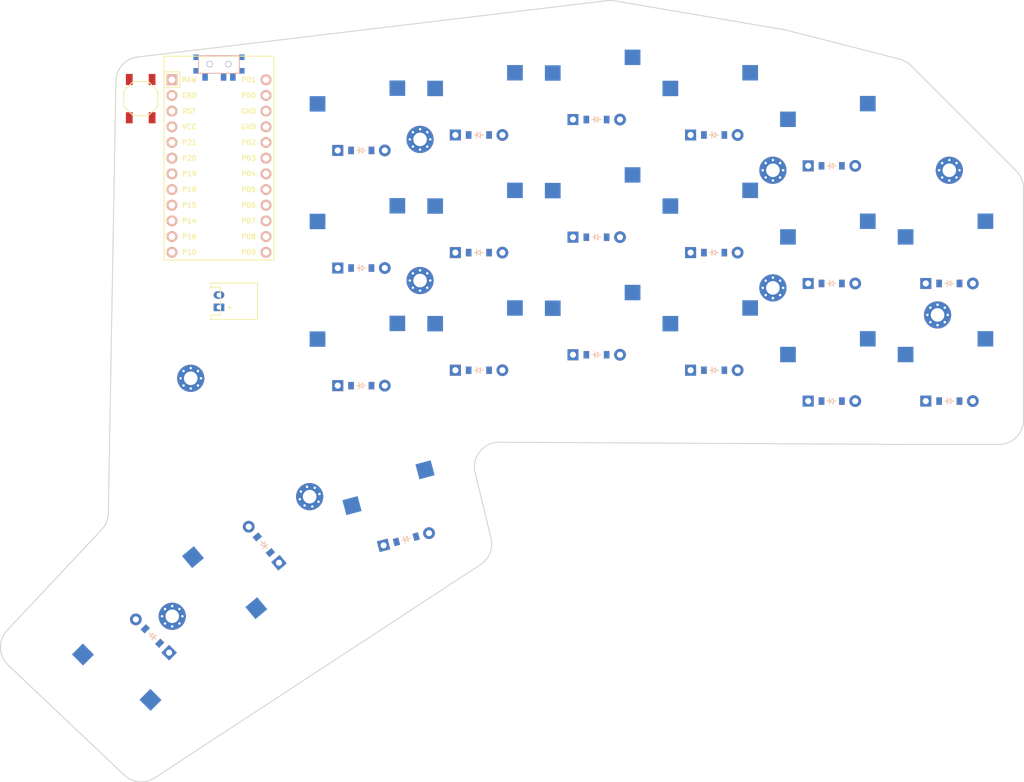
<source format=kicad_pcb>


(kicad_pcb (version 20171130) (host pcbnew 5.1.6)

  (page A3)
  (title_block
    (title "juubo_right")
    (rev "v1.0.0")
    (company "Unknown")
  )

  (general
    (thickness 1.6)
  )

  (layers
    (0 F.Cu signal)
    (31 B.Cu signal)
    (32 B.Adhes user)
    (33 F.Adhes user)
    (34 B.Paste user)
    (35 F.Paste user)
    (36 B.SilkS user)
    (37 F.SilkS user)
    (38 B.Mask user)
    (39 F.Mask user)
    (40 Dwgs.User user)
    (41 Cmts.User user)
    (42 Eco1.User user)
    (43 Eco2.User user)
    (44 Edge.Cuts user)
    (45 Margin user)
    (46 B.CrtYd user)
    (47 F.CrtYd user)
    (48 B.Fab user)
    (49 F.Fab user)
  )

  (setup
    (last_trace_width 0.25)
    (trace_clearance 0.2)
    (zone_clearance 0.508)
    (zone_45_only no)
    (trace_min 0.2)
    (via_size 0.8)
    (via_drill 0.4)
    (via_min_size 0.4)
    (via_min_drill 0.3)
    (uvia_size 0.3)
    (uvia_drill 0.1)
    (uvias_allowed no)
    (uvia_min_size 0.2)
    (uvia_min_drill 0.1)
    (edge_width 0.05)
    (segment_width 0.2)
    (pcb_text_width 0.3)
    (pcb_text_size 1.5 1.5)
    (mod_edge_width 0.12)
    (mod_text_size 1 1)
    (mod_text_width 0.15)
    (pad_size 1.524 1.524)
    (pad_drill 0.762)
    (pad_to_mask_clearance 0.05)
    (aux_axis_origin 0 0)
    (visible_elements FFFFFF7F)
    (pcbplotparams
      (layerselection 0x010fc_ffffffff)
      (usegerberextensions false)
      (usegerberattributes true)
      (usegerberadvancedattributes true)
      (creategerberjobfile true)
      (excludeedgelayer true)
      (linewidth 0.100000)
      (plotframeref false)
      (viasonmask false)
      (mode 1)
      (useauxorigin false)
      (hpglpennumber 1)
      (hpglpenspeed 20)
      (hpglpendiameter 15.000000)
      (psnegative false)
      (psa4output false)
      (plotreference true)
      (plotvalue true)
      (plotinvisibletext false)
      (padsonsilk false)
      (subtractmaskfromsilk false)
      (outputformat 1)
      (mirror false)
      (drillshape 1)
      (scaleselection 1)
      (outputdirectory ""))
  )

  (net 0 "")
(net 1 "P2")
(net 2 "mirror_outer_bottom")
(net 3 "mirror_outer_home")
(net 4 "P3")
(net 5 "mirror_pinky_bottom")
(net 6 "mirror_pinky_home")
(net 7 "mirror_pinky_top")
(net 8 "P4")
(net 9 "mirror_ring_bottom")
(net 10 "mirror_ring_home")
(net 11 "mirror_ring_top")
(net 12 "P5")
(net 13 "mirror_middle_bottom")
(net 14 "mirror_middle_home")
(net 15 "mirror_middle_top")
(net 16 "P6")
(net 17 "mirror_index_bottom")
(net 18 "mirror_index_home")
(net 19 "mirror_index_top")
(net 20 "P7")
(net 21 "mirror_inner_bottom")
(net 22 "mirror_inner_home")
(net 23 "mirror_inner_top")
(net 24 "mirror_layer_cluster")
(net 25 "mirror_space_cluster")
(net 26 "mirror_extra_cluster")
(net 27 "P10")
(net 28 "P9")
(net 29 "P8")
(net 30 "P16")
(net 31 "RAW")
(net 32 "GND")
(net 33 "RST")
(net 34 "VCC")
(net 35 "P21")
(net 36 "P20")
(net 37 "P19")
(net 38 "P18")
(net 39 "P15")
(net 40 "P14")
(net 41 "P1")
(net 42 "P0")
(net 43 "B+")

  (net_class Default "This is the default net class."
    (clearance 0.2)
    (trace_width 0.25)
    (via_dia 0.8)
    (via_drill 0.4)
    (uvia_dia 0.3)
    (uvia_drill 0.1)
    (add_net "")
(add_net "P2")
(add_net "mirror_outer_bottom")
(add_net "mirror_outer_home")
(add_net "P3")
(add_net "mirror_pinky_bottom")
(add_net "mirror_pinky_home")
(add_net "mirror_pinky_top")
(add_net "P4")
(add_net "mirror_ring_bottom")
(add_net "mirror_ring_home")
(add_net "mirror_ring_top")
(add_net "P5")
(add_net "mirror_middle_bottom")
(add_net "mirror_middle_home")
(add_net "mirror_middle_top")
(add_net "P6")
(add_net "mirror_index_bottom")
(add_net "mirror_index_home")
(add_net "mirror_index_top")
(add_net "P7")
(add_net "mirror_inner_bottom")
(add_net "mirror_inner_home")
(add_net "mirror_inner_top")
(add_net "mirror_layer_cluster")
(add_net "mirror_space_cluster")
(add_net "mirror_extra_cluster")
(add_net "P10")
(add_net "P9")
(add_net "P8")
(add_net "P16")
(add_net "RAW")
(add_net "GND")
(add_net "RST")
(add_net "VCC")
(add_net "P21")
(add_net "P20")
(add_net "P19")
(add_net "P18")
(add_net "P15")
(add_net "P14")
(add_net "P1")
(add_net "P0")
(add_net "B+")
  )

  
        
      (module MX (layer F.Cu) (tedit 5DD4F656)
      (at 423.85 100 0)

      
      (fp_text reference "S1" (at 0 0) (layer F.SilkS) hide (effects (font (size 1.27 1.27) (thickness 0.15))))
      (fp_text value "" (at 0 0) (layer F.SilkS) hide (effects (font (size 1.27 1.27) (thickness 0.15))))

      
      (fp_line (start -7 -6) (end -7 -7) (layer Dwgs.User) (width 0.15))
      (fp_line (start -7 7) (end -6 7) (layer Dwgs.User) (width 0.15))
      (fp_line (start -6 -7) (end -7 -7) (layer Dwgs.User) (width 0.15))
      (fp_line (start -7 7) (end -7 6) (layer Dwgs.User) (width 0.15))
      (fp_line (start 7 6) (end 7 7) (layer Dwgs.User) (width 0.15))
      (fp_line (start 7 -7) (end 6 -7) (layer Dwgs.User) (width 0.15))
      (fp_line (start 6 7) (end 7 7) (layer Dwgs.User) (width 0.15))
      (fp_line (start 7 -7) (end 7 -6) (layer Dwgs.User) (width 0.15))
    
      
      (pad "" np_thru_hole circle (at 0 0) (size 3.9878 3.9878) (drill 3.9878) (layers *.Cu *.Mask))

      
      (pad "" np_thru_hole circle (at 5.08 0) (size 1.7018 1.7018) (drill 1.7018) (layers *.Cu *.Mask))
      (pad "" np_thru_hole circle (at -5.08 0) (size 1.7018 1.7018) (drill 1.7018) (layers *.Cu *.Mask))
      
        
      
      (fp_line (start -9.5 -9.5) (end 9.5 -9.5) (layer Dwgs.User) (width 0.15))
      (fp_line (start 9.5 -9.5) (end 9.5 9.5) (layer Dwgs.User) (width 0.15))
      (fp_line (start 9.5 9.5) (end -9.5 9.5) (layer Dwgs.User) (width 0.15))
      (fp_line (start -9.5 9.5) (end -9.5 -9.5) (layer Dwgs.User) (width 0.15))
      
        
        
        (pad "" np_thru_hole circle (at 2.54 -5.08) (size 3 3) (drill 3) (layers *.Cu *.Mask))
        (pad "" np_thru_hole circle (at -3.81 -2.54) (size 3 3) (drill 3) (layers *.Cu *.Mask))
        
        
        (pad 1 smd rect (at -7.085 -2.54 0) (size 2.55 2.5) (layers B.Cu B.Paste B.Mask) (net 1 "P2"))
        (pad 2 smd rect (at 5.842 -5.08 0) (size 2.55 2.5) (layers B.Cu B.Paste B.Mask) (net 2 "mirror_outer_bottom"))
        )
        

        
      (module MX (layer F.Cu) (tedit 5DD4F656)
      (at 423.85 80.95 0)

      
      (fp_text reference "S2" (at 0 0) (layer F.SilkS) hide (effects (font (size 1.27 1.27) (thickness 0.15))))
      (fp_text value "" (at 0 0) (layer F.SilkS) hide (effects (font (size 1.27 1.27) (thickness 0.15))))

      
      (fp_line (start -7 -6) (end -7 -7) (layer Dwgs.User) (width 0.15))
      (fp_line (start -7 7) (end -6 7) (layer Dwgs.User) (width 0.15))
      (fp_line (start -6 -7) (end -7 -7) (layer Dwgs.User) (width 0.15))
      (fp_line (start -7 7) (end -7 6) (layer Dwgs.User) (width 0.15))
      (fp_line (start 7 6) (end 7 7) (layer Dwgs.User) (width 0.15))
      (fp_line (start 7 -7) (end 6 -7) (layer Dwgs.User) (width 0.15))
      (fp_line (start 6 7) (end 7 7) (layer Dwgs.User) (width 0.15))
      (fp_line (start 7 -7) (end 7 -6) (layer Dwgs.User) (width 0.15))
    
      
      (pad "" np_thru_hole circle (at 0 0) (size 3.9878 3.9878) (drill 3.9878) (layers *.Cu *.Mask))

      
      (pad "" np_thru_hole circle (at 5.08 0) (size 1.7018 1.7018) (drill 1.7018) (layers *.Cu *.Mask))
      (pad "" np_thru_hole circle (at -5.08 0) (size 1.7018 1.7018) (drill 1.7018) (layers *.Cu *.Mask))
      
        
      
      (fp_line (start -9.5 -9.5) (end 9.5 -9.5) (layer Dwgs.User) (width 0.15))
      (fp_line (start 9.5 -9.5) (end 9.5 9.5) (layer Dwgs.User) (width 0.15))
      (fp_line (start 9.5 9.5) (end -9.5 9.5) (layer Dwgs.User) (width 0.15))
      (fp_line (start -9.5 9.5) (end -9.5 -9.5) (layer Dwgs.User) (width 0.15))
      
        
        
        (pad "" np_thru_hole circle (at 2.54 -5.08) (size 3 3) (drill 3) (layers *.Cu *.Mask))
        (pad "" np_thru_hole circle (at -3.81 -2.54) (size 3 3) (drill 3) (layers *.Cu *.Mask))
        
        
        (pad 1 smd rect (at -7.085 -2.54 0) (size 2.55 2.5) (layers B.Cu B.Paste B.Mask) (net 1 "P2"))
        (pad 2 smd rect (at 5.842 -5.08 0) (size 2.55 2.5) (layers B.Cu B.Paste B.Mask) (net 3 "mirror_outer_home"))
        )
        

        
      (module MX (layer F.Cu) (tedit 5DD4F656)
      (at 404.8 100 0)

      
      (fp_text reference "S3" (at 0 0) (layer F.SilkS) hide (effects (font (size 1.27 1.27) (thickness 0.15))))
      (fp_text value "" (at 0 0) (layer F.SilkS) hide (effects (font (size 1.27 1.27) (thickness 0.15))))

      
      (fp_line (start -7 -6) (end -7 -7) (layer Dwgs.User) (width 0.15))
      (fp_line (start -7 7) (end -6 7) (layer Dwgs.User) (width 0.15))
      (fp_line (start -6 -7) (end -7 -7) (layer Dwgs.User) (width 0.15))
      (fp_line (start -7 7) (end -7 6) (layer Dwgs.User) (width 0.15))
      (fp_line (start 7 6) (end 7 7) (layer Dwgs.User) (width 0.15))
      (fp_line (start 7 -7) (end 6 -7) (layer Dwgs.User) (width 0.15))
      (fp_line (start 6 7) (end 7 7) (layer Dwgs.User) (width 0.15))
      (fp_line (start 7 -7) (end 7 -6) (layer Dwgs.User) (width 0.15))
    
      
      (pad "" np_thru_hole circle (at 0 0) (size 3.9878 3.9878) (drill 3.9878) (layers *.Cu *.Mask))

      
      (pad "" np_thru_hole circle (at 5.08 0) (size 1.7018 1.7018) (drill 1.7018) (layers *.Cu *.Mask))
      (pad "" np_thru_hole circle (at -5.08 0) (size 1.7018 1.7018) (drill 1.7018) (layers *.Cu *.Mask))
      
        
      
      (fp_line (start -9.5 -9.5) (end 9.5 -9.5) (layer Dwgs.User) (width 0.15))
      (fp_line (start 9.5 -9.5) (end 9.5 9.5) (layer Dwgs.User) (width 0.15))
      (fp_line (start 9.5 9.5) (end -9.5 9.5) (layer Dwgs.User) (width 0.15))
      (fp_line (start -9.5 9.5) (end -9.5 -9.5) (layer Dwgs.User) (width 0.15))
      
        
        
        (pad "" np_thru_hole circle (at 2.54 -5.08) (size 3 3) (drill 3) (layers *.Cu *.Mask))
        (pad "" np_thru_hole circle (at -3.81 -2.54) (size 3 3) (drill 3) (layers *.Cu *.Mask))
        
        
        (pad 1 smd rect (at -7.085 -2.54 0) (size 2.55 2.5) (layers B.Cu B.Paste B.Mask) (net 4 "P3"))
        (pad 2 smd rect (at 5.842 -5.08 0) (size 2.55 2.5) (layers B.Cu B.Paste B.Mask) (net 5 "mirror_pinky_bottom"))
        )
        

        
      (module MX (layer F.Cu) (tedit 5DD4F656)
      (at 404.8 80.95 0)

      
      (fp_text reference "S4" (at 0 0) (layer F.SilkS) hide (effects (font (size 1.27 1.27) (thickness 0.15))))
      (fp_text value "" (at 0 0) (layer F.SilkS) hide (effects (font (size 1.27 1.27) (thickness 0.15))))

      
      (fp_line (start -7 -6) (end -7 -7) (layer Dwgs.User) (width 0.15))
      (fp_line (start -7 7) (end -6 7) (layer Dwgs.User) (width 0.15))
      (fp_line (start -6 -7) (end -7 -7) (layer Dwgs.User) (width 0.15))
      (fp_line (start -7 7) (end -7 6) (layer Dwgs.User) (width 0.15))
      (fp_line (start 7 6) (end 7 7) (layer Dwgs.User) (width 0.15))
      (fp_line (start 7 -7) (end 6 -7) (layer Dwgs.User) (width 0.15))
      (fp_line (start 6 7) (end 7 7) (layer Dwgs.User) (width 0.15))
      (fp_line (start 7 -7) (end 7 -6) (layer Dwgs.User) (width 0.15))
    
      
      (pad "" np_thru_hole circle (at 0 0) (size 3.9878 3.9878) (drill 3.9878) (layers *.Cu *.Mask))

      
      (pad "" np_thru_hole circle (at 5.08 0) (size 1.7018 1.7018) (drill 1.7018) (layers *.Cu *.Mask))
      (pad "" np_thru_hole circle (at -5.08 0) (size 1.7018 1.7018) (drill 1.7018) (layers *.Cu *.Mask))
      
        
      
      (fp_line (start -9.5 -9.5) (end 9.5 -9.5) (layer Dwgs.User) (width 0.15))
      (fp_line (start 9.5 -9.5) (end 9.5 9.5) (layer Dwgs.User) (width 0.15))
      (fp_line (start 9.5 9.5) (end -9.5 9.5) (layer Dwgs.User) (width 0.15))
      (fp_line (start -9.5 9.5) (end -9.5 -9.5) (layer Dwgs.User) (width 0.15))
      
        
        
        (pad "" np_thru_hole circle (at 2.54 -5.08) (size 3 3) (drill 3) (layers *.Cu *.Mask))
        (pad "" np_thru_hole circle (at -3.81 -2.54) (size 3 3) (drill 3) (layers *.Cu *.Mask))
        
        
        (pad 1 smd rect (at -7.085 -2.54 0) (size 2.55 2.5) (layers B.Cu B.Paste B.Mask) (net 4 "P3"))
        (pad 2 smd rect (at 5.842 -5.08 0) (size 2.55 2.5) (layers B.Cu B.Paste B.Mask) (net 6 "mirror_pinky_home"))
        )
        

        
      (module MX (layer F.Cu) (tedit 5DD4F656)
      (at 404.8 61.900000000000006 0)

      
      (fp_text reference "S5" (at 0 0) (layer F.SilkS) hide (effects (font (size 1.27 1.27) (thickness 0.15))))
      (fp_text value "" (at 0 0) (layer F.SilkS) hide (effects (font (size 1.27 1.27) (thickness 0.15))))

      
      (fp_line (start -7 -6) (end -7 -7) (layer Dwgs.User) (width 0.15))
      (fp_line (start -7 7) (end -6 7) (layer Dwgs.User) (width 0.15))
      (fp_line (start -6 -7) (end -7 -7) (layer Dwgs.User) (width 0.15))
      (fp_line (start -7 7) (end -7 6) (layer Dwgs.User) (width 0.15))
      (fp_line (start 7 6) (end 7 7) (layer Dwgs.User) (width 0.15))
      (fp_line (start 7 -7) (end 6 -7) (layer Dwgs.User) (width 0.15))
      (fp_line (start 6 7) (end 7 7) (layer Dwgs.User) (width 0.15))
      (fp_line (start 7 -7) (end 7 -6) (layer Dwgs.User) (width 0.15))
    
      
      (pad "" np_thru_hole circle (at 0 0) (size 3.9878 3.9878) (drill 3.9878) (layers *.Cu *.Mask))

      
      (pad "" np_thru_hole circle (at 5.08 0) (size 1.7018 1.7018) (drill 1.7018) (layers *.Cu *.Mask))
      (pad "" np_thru_hole circle (at -5.08 0) (size 1.7018 1.7018) (drill 1.7018) (layers *.Cu *.Mask))
      
        
      
      (fp_line (start -9.5 -9.5) (end 9.5 -9.5) (layer Dwgs.User) (width 0.15))
      (fp_line (start 9.5 -9.5) (end 9.5 9.5) (layer Dwgs.User) (width 0.15))
      (fp_line (start 9.5 9.5) (end -9.5 9.5) (layer Dwgs.User) (width 0.15))
      (fp_line (start -9.5 9.5) (end -9.5 -9.5) (layer Dwgs.User) (width 0.15))
      
        
        
        (pad "" np_thru_hole circle (at 2.54 -5.08) (size 3 3) (drill 3) (layers *.Cu *.Mask))
        (pad "" np_thru_hole circle (at -3.81 -2.54) (size 3 3) (drill 3) (layers *.Cu *.Mask))
        
        
        (pad 1 smd rect (at -7.085 -2.54 0) (size 2.55 2.5) (layers B.Cu B.Paste B.Mask) (net 4 "P3"))
        (pad 2 smd rect (at 5.842 -5.08 0) (size 2.55 2.5) (layers B.Cu B.Paste B.Mask) (net 7 "mirror_pinky_top"))
        )
        

        
      (module MX (layer F.Cu) (tedit 5DD4F656)
      (at 385.75 95 0)

      
      (fp_text reference "S6" (at 0 0) (layer F.SilkS) hide (effects (font (size 1.27 1.27) (thickness 0.15))))
      (fp_text value "" (at 0 0) (layer F.SilkS) hide (effects (font (size 1.27 1.27) (thickness 0.15))))

      
      (fp_line (start -7 -6) (end -7 -7) (layer Dwgs.User) (width 0.15))
      (fp_line (start -7 7) (end -6 7) (layer Dwgs.User) (width 0.15))
      (fp_line (start -6 -7) (end -7 -7) (layer Dwgs.User) (width 0.15))
      (fp_line (start -7 7) (end -7 6) (layer Dwgs.User) (width 0.15))
      (fp_line (start 7 6) (end 7 7) (layer Dwgs.User) (width 0.15))
      (fp_line (start 7 -7) (end 6 -7) (layer Dwgs.User) (width 0.15))
      (fp_line (start 6 7) (end 7 7) (layer Dwgs.User) (width 0.15))
      (fp_line (start 7 -7) (end 7 -6) (layer Dwgs.User) (width 0.15))
    
      
      (pad "" np_thru_hole circle (at 0 0) (size 3.9878 3.9878) (drill 3.9878) (layers *.Cu *.Mask))

      
      (pad "" np_thru_hole circle (at 5.08 0) (size 1.7018 1.7018) (drill 1.7018) (layers *.Cu *.Mask))
      (pad "" np_thru_hole circle (at -5.08 0) (size 1.7018 1.7018) (drill 1.7018) (layers *.Cu *.Mask))
      
        
      
      (fp_line (start -9.5 -9.5) (end 9.5 -9.5) (layer Dwgs.User) (width 0.15))
      (fp_line (start 9.5 -9.5) (end 9.5 9.5) (layer Dwgs.User) (width 0.15))
      (fp_line (start 9.5 9.5) (end -9.5 9.5) (layer Dwgs.User) (width 0.15))
      (fp_line (start -9.5 9.5) (end -9.5 -9.5) (layer Dwgs.User) (width 0.15))
      
        
        
        (pad "" np_thru_hole circle (at 2.54 -5.08) (size 3 3) (drill 3) (layers *.Cu *.Mask))
        (pad "" np_thru_hole circle (at -3.81 -2.54) (size 3 3) (drill 3) (layers *.Cu *.Mask))
        
        
        (pad 1 smd rect (at -7.085 -2.54 0) (size 2.55 2.5) (layers B.Cu B.Paste B.Mask) (net 8 "P4"))
        (pad 2 smd rect (at 5.842 -5.08 0) (size 2.55 2.5) (layers B.Cu B.Paste B.Mask) (net 9 "mirror_ring_bottom"))
        )
        

        
      (module MX (layer F.Cu) (tedit 5DD4F656)
      (at 385.75 75.95 0)

      
      (fp_text reference "S7" (at 0 0) (layer F.SilkS) hide (effects (font (size 1.27 1.27) (thickness 0.15))))
      (fp_text value "" (at 0 0) (layer F.SilkS) hide (effects (font (size 1.27 1.27) (thickness 0.15))))

      
      (fp_line (start -7 -6) (end -7 -7) (layer Dwgs.User) (width 0.15))
      (fp_line (start -7 7) (end -6 7) (layer Dwgs.User) (width 0.15))
      (fp_line (start -6 -7) (end -7 -7) (layer Dwgs.User) (width 0.15))
      (fp_line (start -7 7) (end -7 6) (layer Dwgs.User) (width 0.15))
      (fp_line (start 7 6) (end 7 7) (layer Dwgs.User) (width 0.15))
      (fp_line (start 7 -7) (end 6 -7) (layer Dwgs.User) (width 0.15))
      (fp_line (start 6 7) (end 7 7) (layer Dwgs.User) (width 0.15))
      (fp_line (start 7 -7) (end 7 -6) (layer Dwgs.User) (width 0.15))
    
      
      (pad "" np_thru_hole circle (at 0 0) (size 3.9878 3.9878) (drill 3.9878) (layers *.Cu *.Mask))

      
      (pad "" np_thru_hole circle (at 5.08 0) (size 1.7018 1.7018) (drill 1.7018) (layers *.Cu *.Mask))
      (pad "" np_thru_hole circle (at -5.08 0) (size 1.7018 1.7018) (drill 1.7018) (layers *.Cu *.Mask))
      
        
      
      (fp_line (start -9.5 -9.5) (end 9.5 -9.5) (layer Dwgs.User) (width 0.15))
      (fp_line (start 9.5 -9.5) (end 9.5 9.5) (layer Dwgs.User) (width 0.15))
      (fp_line (start 9.5 9.5) (end -9.5 9.5) (layer Dwgs.User) (width 0.15))
      (fp_line (start -9.5 9.5) (end -9.5 -9.5) (layer Dwgs.User) (width 0.15))
      
        
        
        (pad "" np_thru_hole circle (at 2.54 -5.08) (size 3 3) (drill 3) (layers *.Cu *.Mask))
        (pad "" np_thru_hole circle (at -3.81 -2.54) (size 3 3) (drill 3) (layers *.Cu *.Mask))
        
        
        (pad 1 smd rect (at -7.085 -2.54 0) (size 2.55 2.5) (layers B.Cu B.Paste B.Mask) (net 8 "P4"))
        (pad 2 smd rect (at 5.842 -5.08 0) (size 2.55 2.5) (layers B.Cu B.Paste B.Mask) (net 10 "mirror_ring_home"))
        )
        

        
      (module MX (layer F.Cu) (tedit 5DD4F656)
      (at 385.75 56.900000000000006 0)

      
      (fp_text reference "S8" (at 0 0) (layer F.SilkS) hide (effects (font (size 1.27 1.27) (thickness 0.15))))
      (fp_text value "" (at 0 0) (layer F.SilkS) hide (effects (font (size 1.27 1.27) (thickness 0.15))))

      
      (fp_line (start -7 -6) (end -7 -7) (layer Dwgs.User) (width 0.15))
      (fp_line (start -7 7) (end -6 7) (layer Dwgs.User) (width 0.15))
      (fp_line (start -6 -7) (end -7 -7) (layer Dwgs.User) (width 0.15))
      (fp_line (start -7 7) (end -7 6) (layer Dwgs.User) (width 0.15))
      (fp_line (start 7 6) (end 7 7) (layer Dwgs.User) (width 0.15))
      (fp_line (start 7 -7) (end 6 -7) (layer Dwgs.User) (width 0.15))
      (fp_line (start 6 7) (end 7 7) (layer Dwgs.User) (width 0.15))
      (fp_line (start 7 -7) (end 7 -6) (layer Dwgs.User) (width 0.15))
    
      
      (pad "" np_thru_hole circle (at 0 0) (size 3.9878 3.9878) (drill 3.9878) (layers *.Cu *.Mask))

      
      (pad "" np_thru_hole circle (at 5.08 0) (size 1.7018 1.7018) (drill 1.7018) (layers *.Cu *.Mask))
      (pad "" np_thru_hole circle (at -5.08 0) (size 1.7018 1.7018) (drill 1.7018) (layers *.Cu *.Mask))
      
        
      
      (fp_line (start -9.5 -9.5) (end 9.5 -9.5) (layer Dwgs.User) (width 0.15))
      (fp_line (start 9.5 -9.5) (end 9.5 9.5) (layer Dwgs.User) (width 0.15))
      (fp_line (start 9.5 9.5) (end -9.5 9.5) (layer Dwgs.User) (width 0.15))
      (fp_line (start -9.5 9.5) (end -9.5 -9.5) (layer Dwgs.User) (width 0.15))
      
        
        
        (pad "" np_thru_hole circle (at 2.54 -5.08) (size 3 3) (drill 3) (layers *.Cu *.Mask))
        (pad "" np_thru_hole circle (at -3.81 -2.54) (size 3 3) (drill 3) (layers *.Cu *.Mask))
        
        
        (pad 1 smd rect (at -7.085 -2.54 0) (size 2.55 2.5) (layers B.Cu B.Paste B.Mask) (net 8 "P4"))
        (pad 2 smd rect (at 5.842 -5.08 0) (size 2.55 2.5) (layers B.Cu B.Paste B.Mask) (net 11 "mirror_ring_top"))
        )
        

        
      (module MX (layer F.Cu) (tedit 5DD4F656)
      (at 366.70000000000005 92.5 0)

      
      (fp_text reference "S9" (at 0 0) (layer F.SilkS) hide (effects (font (size 1.27 1.27) (thickness 0.15))))
      (fp_text value "" (at 0 0) (layer F.SilkS) hide (effects (font (size 1.27 1.27) (thickness 0.15))))

      
      (fp_line (start -7 -6) (end -7 -7) (layer Dwgs.User) (width 0.15))
      (fp_line (start -7 7) (end -6 7) (layer Dwgs.User) (width 0.15))
      (fp_line (start -6 -7) (end -7 -7) (layer Dwgs.User) (width 0.15))
      (fp_line (start -7 7) (end -7 6) (layer Dwgs.User) (width 0.15))
      (fp_line (start 7 6) (end 7 7) (layer Dwgs.User) (width 0.15))
      (fp_line (start 7 -7) (end 6 -7) (layer Dwgs.User) (width 0.15))
      (fp_line (start 6 7) (end 7 7) (layer Dwgs.User) (width 0.15))
      (fp_line (start 7 -7) (end 7 -6) (layer Dwgs.User) (width 0.15))
    
      
      (pad "" np_thru_hole circle (at 0 0) (size 3.9878 3.9878) (drill 3.9878) (layers *.Cu *.Mask))

      
      (pad "" np_thru_hole circle (at 5.08 0) (size 1.7018 1.7018) (drill 1.7018) (layers *.Cu *.Mask))
      (pad "" np_thru_hole circle (at -5.08 0) (size 1.7018 1.7018) (drill 1.7018) (layers *.Cu *.Mask))
      
        
      
      (fp_line (start -9.5 -9.5) (end 9.5 -9.5) (layer Dwgs.User) (width 0.15))
      (fp_line (start 9.5 -9.5) (end 9.5 9.5) (layer Dwgs.User) (width 0.15))
      (fp_line (start 9.5 9.5) (end -9.5 9.5) (layer Dwgs.User) (width 0.15))
      (fp_line (start -9.5 9.5) (end -9.5 -9.5) (layer Dwgs.User) (width 0.15))
      
        
        
        (pad "" np_thru_hole circle (at 2.54 -5.08) (size 3 3) (drill 3) (layers *.Cu *.Mask))
        (pad "" np_thru_hole circle (at -3.81 -2.54) (size 3 3) (drill 3) (layers *.Cu *.Mask))
        
        
        (pad 1 smd rect (at -7.085 -2.54 0) (size 2.55 2.5) (layers B.Cu B.Paste B.Mask) (net 12 "P5"))
        (pad 2 smd rect (at 5.842 -5.08 0) (size 2.55 2.5) (layers B.Cu B.Paste B.Mask) (net 13 "mirror_middle_bottom"))
        )
        

        
      (module MX (layer F.Cu) (tedit 5DD4F656)
      (at 366.70000000000005 73.45 0)

      
      (fp_text reference "S10" (at 0 0) (layer F.SilkS) hide (effects (font (size 1.27 1.27) (thickness 0.15))))
      (fp_text value "" (at 0 0) (layer F.SilkS) hide (effects (font (size 1.27 1.27) (thickness 0.15))))

      
      (fp_line (start -7 -6) (end -7 -7) (layer Dwgs.User) (width 0.15))
      (fp_line (start -7 7) (end -6 7) (layer Dwgs.User) (width 0.15))
      (fp_line (start -6 -7) (end -7 -7) (layer Dwgs.User) (width 0.15))
      (fp_line (start -7 7) (end -7 6) (layer Dwgs.User) (width 0.15))
      (fp_line (start 7 6) (end 7 7) (layer Dwgs.User) (width 0.15))
      (fp_line (start 7 -7) (end 6 -7) (layer Dwgs.User) (width 0.15))
      (fp_line (start 6 7) (end 7 7) (layer Dwgs.User) (width 0.15))
      (fp_line (start 7 -7) (end 7 -6) (layer Dwgs.User) (width 0.15))
    
      
      (pad "" np_thru_hole circle (at 0 0) (size 3.9878 3.9878) (drill 3.9878) (layers *.Cu *.Mask))

      
      (pad "" np_thru_hole circle (at 5.08 0) (size 1.7018 1.7018) (drill 1.7018) (layers *.Cu *.Mask))
      (pad "" np_thru_hole circle (at -5.08 0) (size 1.7018 1.7018) (drill 1.7018) (layers *.Cu *.Mask))
      
        
      
      (fp_line (start -9.5 -9.5) (end 9.5 -9.5) (layer Dwgs.User) (width 0.15))
      (fp_line (start 9.5 -9.5) (end 9.5 9.5) (layer Dwgs.User) (width 0.15))
      (fp_line (start 9.5 9.5) (end -9.5 9.5) (layer Dwgs.User) (width 0.15))
      (fp_line (start -9.5 9.5) (end -9.5 -9.5) (layer Dwgs.User) (width 0.15))
      
        
        
        (pad "" np_thru_hole circle (at 2.54 -5.08) (size 3 3) (drill 3) (layers *.Cu *.Mask))
        (pad "" np_thru_hole circle (at -3.81 -2.54) (size 3 3) (drill 3) (layers *.Cu *.Mask))
        
        
        (pad 1 smd rect (at -7.085 -2.54 0) (size 2.55 2.5) (layers B.Cu B.Paste B.Mask) (net 12 "P5"))
        (pad 2 smd rect (at 5.842 -5.08 0) (size 2.55 2.5) (layers B.Cu B.Paste B.Mask) (net 14 "mirror_middle_home"))
        )
        

        
      (module MX (layer F.Cu) (tedit 5DD4F656)
      (at 366.70000000000005 54.400000000000006 0)

      
      (fp_text reference "S11" (at 0 0) (layer F.SilkS) hide (effects (font (size 1.27 1.27) (thickness 0.15))))
      (fp_text value "" (at 0 0) (layer F.SilkS) hide (effects (font (size 1.27 1.27) (thickness 0.15))))

      
      (fp_line (start -7 -6) (end -7 -7) (layer Dwgs.User) (width 0.15))
      (fp_line (start -7 7) (end -6 7) (layer Dwgs.User) (width 0.15))
      (fp_line (start -6 -7) (end -7 -7) (layer Dwgs.User) (width 0.15))
      (fp_line (start -7 7) (end -7 6) (layer Dwgs.User) (width 0.15))
      (fp_line (start 7 6) (end 7 7) (layer Dwgs.User) (width 0.15))
      (fp_line (start 7 -7) (end 6 -7) (layer Dwgs.User) (width 0.15))
      (fp_line (start 6 7) (end 7 7) (layer Dwgs.User) (width 0.15))
      (fp_line (start 7 -7) (end 7 -6) (layer Dwgs.User) (width 0.15))
    
      
      (pad "" np_thru_hole circle (at 0 0) (size 3.9878 3.9878) (drill 3.9878) (layers *.Cu *.Mask))

      
      (pad "" np_thru_hole circle (at 5.08 0) (size 1.7018 1.7018) (drill 1.7018) (layers *.Cu *.Mask))
      (pad "" np_thru_hole circle (at -5.08 0) (size 1.7018 1.7018) (drill 1.7018) (layers *.Cu *.Mask))
      
        
      
      (fp_line (start -9.5 -9.5) (end 9.5 -9.5) (layer Dwgs.User) (width 0.15))
      (fp_line (start 9.5 -9.5) (end 9.5 9.5) (layer Dwgs.User) (width 0.15))
      (fp_line (start 9.5 9.5) (end -9.5 9.5) (layer Dwgs.User) (width 0.15))
      (fp_line (start -9.5 9.5) (end -9.5 -9.5) (layer Dwgs.User) (width 0.15))
      
        
        
        (pad "" np_thru_hole circle (at 2.54 -5.08) (size 3 3) (drill 3) (layers *.Cu *.Mask))
        (pad "" np_thru_hole circle (at -3.81 -2.54) (size 3 3) (drill 3) (layers *.Cu *.Mask))
        
        
        (pad 1 smd rect (at -7.085 -2.54 0) (size 2.55 2.5) (layers B.Cu B.Paste B.Mask) (net 12 "P5"))
        (pad 2 smd rect (at 5.842 -5.08 0) (size 2.55 2.5) (layers B.Cu B.Paste B.Mask) (net 15 "mirror_middle_top"))
        )
        

        
      (module MX (layer F.Cu) (tedit 5DD4F656)
      (at 347.65000000000003 95 0)

      
      (fp_text reference "S12" (at 0 0) (layer F.SilkS) hide (effects (font (size 1.27 1.27) (thickness 0.15))))
      (fp_text value "" (at 0 0) (layer F.SilkS) hide (effects (font (size 1.27 1.27) (thickness 0.15))))

      
      (fp_line (start -7 -6) (end -7 -7) (layer Dwgs.User) (width 0.15))
      (fp_line (start -7 7) (end -6 7) (layer Dwgs.User) (width 0.15))
      (fp_line (start -6 -7) (end -7 -7) (layer Dwgs.User) (width 0.15))
      (fp_line (start -7 7) (end -7 6) (layer Dwgs.User) (width 0.15))
      (fp_line (start 7 6) (end 7 7) (layer Dwgs.User) (width 0.15))
      (fp_line (start 7 -7) (end 6 -7) (layer Dwgs.User) (width 0.15))
      (fp_line (start 6 7) (end 7 7) (layer Dwgs.User) (width 0.15))
      (fp_line (start 7 -7) (end 7 -6) (layer Dwgs.User) (width 0.15))
    
      
      (pad "" np_thru_hole circle (at 0 0) (size 3.9878 3.9878) (drill 3.9878) (layers *.Cu *.Mask))

      
      (pad "" np_thru_hole circle (at 5.08 0) (size 1.7018 1.7018) (drill 1.7018) (layers *.Cu *.Mask))
      (pad "" np_thru_hole circle (at -5.08 0) (size 1.7018 1.7018) (drill 1.7018) (layers *.Cu *.Mask))
      
        
      
      (fp_line (start -9.5 -9.5) (end 9.5 -9.5) (layer Dwgs.User) (width 0.15))
      (fp_line (start 9.5 -9.5) (end 9.5 9.5) (layer Dwgs.User) (width 0.15))
      (fp_line (start 9.5 9.5) (end -9.5 9.5) (layer Dwgs.User) (width 0.15))
      (fp_line (start -9.5 9.5) (end -9.5 -9.5) (layer Dwgs.User) (width 0.15))
      
        
        
        (pad "" np_thru_hole circle (at 2.54 -5.08) (size 3 3) (drill 3) (layers *.Cu *.Mask))
        (pad "" np_thru_hole circle (at -3.81 -2.54) (size 3 3) (drill 3) (layers *.Cu *.Mask))
        
        
        (pad 1 smd rect (at -7.085 -2.54 0) (size 2.55 2.5) (layers B.Cu B.Paste B.Mask) (net 16 "P6"))
        (pad 2 smd rect (at 5.842 -5.08 0) (size 2.55 2.5) (layers B.Cu B.Paste B.Mask) (net 17 "mirror_index_bottom"))
        )
        

        
      (module MX (layer F.Cu) (tedit 5DD4F656)
      (at 347.65000000000003 75.95 0)

      
      (fp_text reference "S13" (at 0 0) (layer F.SilkS) hide (effects (font (size 1.27 1.27) (thickness 0.15))))
      (fp_text value "" (at 0 0) (layer F.SilkS) hide (effects (font (size 1.27 1.27) (thickness 0.15))))

      
      (fp_line (start -7 -6) (end -7 -7) (layer Dwgs.User) (width 0.15))
      (fp_line (start -7 7) (end -6 7) (layer Dwgs.User) (width 0.15))
      (fp_line (start -6 -7) (end -7 -7) (layer Dwgs.User) (width 0.15))
      (fp_line (start -7 7) (end -7 6) (layer Dwgs.User) (width 0.15))
      (fp_line (start 7 6) (end 7 7) (layer Dwgs.User) (width 0.15))
      (fp_line (start 7 -7) (end 6 -7) (layer Dwgs.User) (width 0.15))
      (fp_line (start 6 7) (end 7 7) (layer Dwgs.User) (width 0.15))
      (fp_line (start 7 -7) (end 7 -6) (layer Dwgs.User) (width 0.15))
    
      
      (pad "" np_thru_hole circle (at 0 0) (size 3.9878 3.9878) (drill 3.9878) (layers *.Cu *.Mask))

      
      (pad "" np_thru_hole circle (at 5.08 0) (size 1.7018 1.7018) (drill 1.7018) (layers *.Cu *.Mask))
      (pad "" np_thru_hole circle (at -5.08 0) (size 1.7018 1.7018) (drill 1.7018) (layers *.Cu *.Mask))
      
        
      
      (fp_line (start -9.5 -9.5) (end 9.5 -9.5) (layer Dwgs.User) (width 0.15))
      (fp_line (start 9.5 -9.5) (end 9.5 9.5) (layer Dwgs.User) (width 0.15))
      (fp_line (start 9.5 9.5) (end -9.5 9.5) (layer Dwgs.User) (width 0.15))
      (fp_line (start -9.5 9.5) (end -9.5 -9.5) (layer Dwgs.User) (width 0.15))
      
        
        
        (pad "" np_thru_hole circle (at 2.54 -5.08) (size 3 3) (drill 3) (layers *.Cu *.Mask))
        (pad "" np_thru_hole circle (at -3.81 -2.54) (size 3 3) (drill 3) (layers *.Cu *.Mask))
        
        
        (pad 1 smd rect (at -7.085 -2.54 0) (size 2.55 2.5) (layers B.Cu B.Paste B.Mask) (net 16 "P6"))
        (pad 2 smd rect (at 5.842 -5.08 0) (size 2.55 2.5) (layers B.Cu B.Paste B.Mask) (net 18 "mirror_index_home"))
        )
        

        
      (module MX (layer F.Cu) (tedit 5DD4F656)
      (at 347.65000000000003 56.900000000000006 0)

      
      (fp_text reference "S14" (at 0 0) (layer F.SilkS) hide (effects (font (size 1.27 1.27) (thickness 0.15))))
      (fp_text value "" (at 0 0) (layer F.SilkS) hide (effects (font (size 1.27 1.27) (thickness 0.15))))

      
      (fp_line (start -7 -6) (end -7 -7) (layer Dwgs.User) (width 0.15))
      (fp_line (start -7 7) (end -6 7) (layer Dwgs.User) (width 0.15))
      (fp_line (start -6 -7) (end -7 -7) (layer Dwgs.User) (width 0.15))
      (fp_line (start -7 7) (end -7 6) (layer Dwgs.User) (width 0.15))
      (fp_line (start 7 6) (end 7 7) (layer Dwgs.User) (width 0.15))
      (fp_line (start 7 -7) (end 6 -7) (layer Dwgs.User) (width 0.15))
      (fp_line (start 6 7) (end 7 7) (layer Dwgs.User) (width 0.15))
      (fp_line (start 7 -7) (end 7 -6) (layer Dwgs.User) (width 0.15))
    
      
      (pad "" np_thru_hole circle (at 0 0) (size 3.9878 3.9878) (drill 3.9878) (layers *.Cu *.Mask))

      
      (pad "" np_thru_hole circle (at 5.08 0) (size 1.7018 1.7018) (drill 1.7018) (layers *.Cu *.Mask))
      (pad "" np_thru_hole circle (at -5.08 0) (size 1.7018 1.7018) (drill 1.7018) (layers *.Cu *.Mask))
      
        
      
      (fp_line (start -9.5 -9.5) (end 9.5 -9.5) (layer Dwgs.User) (width 0.15))
      (fp_line (start 9.5 -9.5) (end 9.5 9.5) (layer Dwgs.User) (width 0.15))
      (fp_line (start 9.5 9.5) (end -9.5 9.5) (layer Dwgs.User) (width 0.15))
      (fp_line (start -9.5 9.5) (end -9.5 -9.5) (layer Dwgs.User) (width 0.15))
      
        
        
        (pad "" np_thru_hole circle (at 2.54 -5.08) (size 3 3) (drill 3) (layers *.Cu *.Mask))
        (pad "" np_thru_hole circle (at -3.81 -2.54) (size 3 3) (drill 3) (layers *.Cu *.Mask))
        
        
        (pad 1 smd rect (at -7.085 -2.54 0) (size 2.55 2.5) (layers B.Cu B.Paste B.Mask) (net 16 "P6"))
        (pad 2 smd rect (at 5.842 -5.08 0) (size 2.55 2.5) (layers B.Cu B.Paste B.Mask) (net 19 "mirror_index_top"))
        )
        

        
      (module MX (layer F.Cu) (tedit 5DD4F656)
      (at 328.6 97.5 0)

      
      (fp_text reference "S15" (at 0 0) (layer F.SilkS) hide (effects (font (size 1.27 1.27) (thickness 0.15))))
      (fp_text value "" (at 0 0) (layer F.SilkS) hide (effects (font (size 1.27 1.27) (thickness 0.15))))

      
      (fp_line (start -7 -6) (end -7 -7) (layer Dwgs.User) (width 0.15))
      (fp_line (start -7 7) (end -6 7) (layer Dwgs.User) (width 0.15))
      (fp_line (start -6 -7) (end -7 -7) (layer Dwgs.User) (width 0.15))
      (fp_line (start -7 7) (end -7 6) (layer Dwgs.User) (width 0.15))
      (fp_line (start 7 6) (end 7 7) (layer Dwgs.User) (width 0.15))
      (fp_line (start 7 -7) (end 6 -7) (layer Dwgs.User) (width 0.15))
      (fp_line (start 6 7) (end 7 7) (layer Dwgs.User) (width 0.15))
      (fp_line (start 7 -7) (end 7 -6) (layer Dwgs.User) (width 0.15))
    
      
      (pad "" np_thru_hole circle (at 0 0) (size 3.9878 3.9878) (drill 3.9878) (layers *.Cu *.Mask))

      
      (pad "" np_thru_hole circle (at 5.08 0) (size 1.7018 1.7018) (drill 1.7018) (layers *.Cu *.Mask))
      (pad "" np_thru_hole circle (at -5.08 0) (size 1.7018 1.7018) (drill 1.7018) (layers *.Cu *.Mask))
      
        
      
      (fp_line (start -9.5 -9.5) (end 9.5 -9.5) (layer Dwgs.User) (width 0.15))
      (fp_line (start 9.5 -9.5) (end 9.5 9.5) (layer Dwgs.User) (width 0.15))
      (fp_line (start 9.5 9.5) (end -9.5 9.5) (layer Dwgs.User) (width 0.15))
      (fp_line (start -9.5 9.5) (end -9.5 -9.5) (layer Dwgs.User) (width 0.15))
      
        
        
        (pad "" np_thru_hole circle (at 2.54 -5.08) (size 3 3) (drill 3) (layers *.Cu *.Mask))
        (pad "" np_thru_hole circle (at -3.81 -2.54) (size 3 3) (drill 3) (layers *.Cu *.Mask))
        
        
        (pad 1 smd rect (at -7.085 -2.54 0) (size 2.55 2.5) (layers B.Cu B.Paste B.Mask) (net 20 "P7"))
        (pad 2 smd rect (at 5.842 -5.08 0) (size 2.55 2.5) (layers B.Cu B.Paste B.Mask) (net 21 "mirror_inner_bottom"))
        )
        

        
      (module MX (layer F.Cu) (tedit 5DD4F656)
      (at 328.6 78.45 0)

      
      (fp_text reference "S16" (at 0 0) (layer F.SilkS) hide (effects (font (size 1.27 1.27) (thickness 0.15))))
      (fp_text value "" (at 0 0) (layer F.SilkS) hide (effects (font (size 1.27 1.27) (thickness 0.15))))

      
      (fp_line (start -7 -6) (end -7 -7) (layer Dwgs.User) (width 0.15))
      (fp_line (start -7 7) (end -6 7) (layer Dwgs.User) (width 0.15))
      (fp_line (start -6 -7) (end -7 -7) (layer Dwgs.User) (width 0.15))
      (fp_line (start -7 7) (end -7 6) (layer Dwgs.User) (width 0.15))
      (fp_line (start 7 6) (end 7 7) (layer Dwgs.User) (width 0.15))
      (fp_line (start 7 -7) (end 6 -7) (layer Dwgs.User) (width 0.15))
      (fp_line (start 6 7) (end 7 7) (layer Dwgs.User) (width 0.15))
      (fp_line (start 7 -7) (end 7 -6) (layer Dwgs.User) (width 0.15))
    
      
      (pad "" np_thru_hole circle (at 0 0) (size 3.9878 3.9878) (drill 3.9878) (layers *.Cu *.Mask))

      
      (pad "" np_thru_hole circle (at 5.08 0) (size 1.7018 1.7018) (drill 1.7018) (layers *.Cu *.Mask))
      (pad "" np_thru_hole circle (at -5.08 0) (size 1.7018 1.7018) (drill 1.7018) (layers *.Cu *.Mask))
      
        
      
      (fp_line (start -9.5 -9.5) (end 9.5 -9.5) (layer Dwgs.User) (width 0.15))
      (fp_line (start 9.5 -9.5) (end 9.5 9.5) (layer Dwgs.User) (width 0.15))
      (fp_line (start 9.5 9.5) (end -9.5 9.5) (layer Dwgs.User) (width 0.15))
      (fp_line (start -9.5 9.5) (end -9.5 -9.5) (layer Dwgs.User) (width 0.15))
      
        
        
        (pad "" np_thru_hole circle (at 2.54 -5.08) (size 3 3) (drill 3) (layers *.Cu *.Mask))
        (pad "" np_thru_hole circle (at -3.81 -2.54) (size 3 3) (drill 3) (layers *.Cu *.Mask))
        
        
        (pad 1 smd rect (at -7.085 -2.54 0) (size 2.55 2.5) (layers B.Cu B.Paste B.Mask) (net 20 "P7"))
        (pad 2 smd rect (at 5.842 -5.08 0) (size 2.55 2.5) (layers B.Cu B.Paste B.Mask) (net 22 "mirror_inner_home"))
        )
        

        
      (module MX (layer F.Cu) (tedit 5DD4F656)
      (at 328.6 59.400000000000006 0)

      
      (fp_text reference "S17" (at 0 0) (layer F.SilkS) hide (effects (font (size 1.27 1.27) (thickness 0.15))))
      (fp_text value "" (at 0 0) (layer F.SilkS) hide (effects (font (size 1.27 1.27) (thickness 0.15))))

      
      (fp_line (start -7 -6) (end -7 -7) (layer Dwgs.User) (width 0.15))
      (fp_line (start -7 7) (end -6 7) (layer Dwgs.User) (width 0.15))
      (fp_line (start -6 -7) (end -7 -7) (layer Dwgs.User) (width 0.15))
      (fp_line (start -7 7) (end -7 6) (layer Dwgs.User) (width 0.15))
      (fp_line (start 7 6) (end 7 7) (layer Dwgs.User) (width 0.15))
      (fp_line (start 7 -7) (end 6 -7) (layer Dwgs.User) (width 0.15))
      (fp_line (start 6 7) (end 7 7) (layer Dwgs.User) (width 0.15))
      (fp_line (start 7 -7) (end 7 -6) (layer Dwgs.User) (width 0.15))
    
      
      (pad "" np_thru_hole circle (at 0 0) (size 3.9878 3.9878) (drill 3.9878) (layers *.Cu *.Mask))

      
      (pad "" np_thru_hole circle (at 5.08 0) (size 1.7018 1.7018) (drill 1.7018) (layers *.Cu *.Mask))
      (pad "" np_thru_hole circle (at -5.08 0) (size 1.7018 1.7018) (drill 1.7018) (layers *.Cu *.Mask))
      
        
      
      (fp_line (start -9.5 -9.5) (end 9.5 -9.5) (layer Dwgs.User) (width 0.15))
      (fp_line (start 9.5 -9.5) (end 9.5 9.5) (layer Dwgs.User) (width 0.15))
      (fp_line (start 9.5 9.5) (end -9.5 9.5) (layer Dwgs.User) (width 0.15))
      (fp_line (start -9.5 9.5) (end -9.5 -9.5) (layer Dwgs.User) (width 0.15))
      
        
        
        (pad "" np_thru_hole circle (at 2.54 -5.08) (size 3 3) (drill 3) (layers *.Cu *.Mask))
        (pad "" np_thru_hole circle (at -3.81 -2.54) (size 3 3) (drill 3) (layers *.Cu *.Mask))
        
        
        (pad 1 smd rect (at -7.085 -2.54 0) (size 2.55 2.5) (layers B.Cu B.Paste B.Mask) (net 20 "P7"))
        (pad 2 smd rect (at 5.842 -5.08 0) (size 2.55 2.5) (layers B.Cu B.Paste B.Mask) (net 23 "mirror_inner_top"))
        )
        

        
      (module MX (layer F.Cu) (tedit 5DD4F656)
      (at 334.6 122.55 15)

      
      (fp_text reference "S18" (at 0 0) (layer F.SilkS) hide (effects (font (size 1.27 1.27) (thickness 0.15))))
      (fp_text value "" (at 0 0) (layer F.SilkS) hide (effects (font (size 1.27 1.27) (thickness 0.15))))

      
      (fp_line (start -7 -6) (end -7 -7) (layer Dwgs.User) (width 0.15))
      (fp_line (start -7 7) (end -6 7) (layer Dwgs.User) (width 0.15))
      (fp_line (start -6 -7) (end -7 -7) (layer Dwgs.User) (width 0.15))
      (fp_line (start -7 7) (end -7 6) (layer Dwgs.User) (width 0.15))
      (fp_line (start 7 6) (end 7 7) (layer Dwgs.User) (width 0.15))
      (fp_line (start 7 -7) (end 6 -7) (layer Dwgs.User) (width 0.15))
      (fp_line (start 6 7) (end 7 7) (layer Dwgs.User) (width 0.15))
      (fp_line (start 7 -7) (end 7 -6) (layer Dwgs.User) (width 0.15))
    
      
      (pad "" np_thru_hole circle (at 0 0) (size 3.9878 3.9878) (drill 3.9878) (layers *.Cu *.Mask))

      
      (pad "" np_thru_hole circle (at 5.08 0) (size 1.7018 1.7018) (drill 1.7018) (layers *.Cu *.Mask))
      (pad "" np_thru_hole circle (at -5.08 0) (size 1.7018 1.7018) (drill 1.7018) (layers *.Cu *.Mask))
      
        
      
      (fp_line (start -9.5 -9.5) (end 9.5 -9.5) (layer Dwgs.User) (width 0.15))
      (fp_line (start 9.5 -9.5) (end 9.5 9.5) (layer Dwgs.User) (width 0.15))
      (fp_line (start 9.5 9.5) (end -9.5 9.5) (layer Dwgs.User) (width 0.15))
      (fp_line (start -9.5 9.5) (end -9.5 -9.5) (layer Dwgs.User) (width 0.15))
      
        
        
        (pad "" np_thru_hole circle (at 2.54 -5.08) (size 3 3) (drill 3) (layers *.Cu *.Mask))
        (pad "" np_thru_hole circle (at -3.81 -2.54) (size 3 3) (drill 3) (layers *.Cu *.Mask))
        
        
        (pad 1 smd rect (at -7.085 -2.54 15) (size 2.55 2.5) (layers B.Cu B.Paste B.Mask) (net 12 "P5"))
        (pad 2 smd rect (at 5.842 -5.08 15) (size 2.55 2.5) (layers B.Cu B.Paste B.Mask) (net 24 "mirror_layer_cluster"))
        )
        

        
      (module MX (layer F.Cu) (tedit 5DD4F656)
      (at 308.9893445 131.48290680000002 130)

      
      (fp_text reference "S19" (at 0 0) (layer F.SilkS) hide (effects (font (size 1.27 1.27) (thickness 0.15))))
      (fp_text value "" (at 0 0) (layer F.SilkS) hide (effects (font (size 1.27 1.27) (thickness 0.15))))

      
      (fp_line (start -7 -6) (end -7 -7) (layer Dwgs.User) (width 0.15))
      (fp_line (start -7 7) (end -6 7) (layer Dwgs.User) (width 0.15))
      (fp_line (start -6 -7) (end -7 -7) (layer Dwgs.User) (width 0.15))
      (fp_line (start -7 7) (end -7 6) (layer Dwgs.User) (width 0.15))
      (fp_line (start 7 6) (end 7 7) (layer Dwgs.User) (width 0.15))
      (fp_line (start 7 -7) (end 6 -7) (layer Dwgs.User) (width 0.15))
      (fp_line (start 6 7) (end 7 7) (layer Dwgs.User) (width 0.15))
      (fp_line (start 7 -7) (end 7 -6) (layer Dwgs.User) (width 0.15))
    
      
      (pad "" np_thru_hole circle (at 0 0) (size 3.9878 3.9878) (drill 3.9878) (layers *.Cu *.Mask))

      
      (pad "" np_thru_hole circle (at 5.08 0) (size 1.7018 1.7018) (drill 1.7018) (layers *.Cu *.Mask))
      (pad "" np_thru_hole circle (at -5.08 0) (size 1.7018 1.7018) (drill 1.7018) (layers *.Cu *.Mask))
      
        
      
      (fp_line (start -9.5 -9.5) (end 9.5 -9.5) (layer Dwgs.User) (width 0.15))
      (fp_line (start 9.5 -9.5) (end 9.5 9.5) (layer Dwgs.User) (width 0.15))
      (fp_line (start 9.5 9.5) (end -9.5 9.5) (layer Dwgs.User) (width 0.15))
      (fp_line (start -9.5 9.5) (end -9.5 -9.5) (layer Dwgs.User) (width 0.15))
      
        
        
        (pad "" np_thru_hole circle (at 2.54 -5.08) (size 3 3) (drill 3) (layers *.Cu *.Mask))
        (pad "" np_thru_hole circle (at -3.81 -2.54) (size 3 3) (drill 3) (layers *.Cu *.Mask))
        
        
        (pad 1 smd rect (at -7.085 -2.54 130) (size 2.55 2.5) (layers B.Cu B.Paste B.Mask) (net 16 "P6"))
        (pad 2 smd rect (at 5.842 -5.08 130) (size 2.55 2.5) (layers B.Cu B.Paste B.Mask) (net 25 "mirror_space_cluster"))
        )
        

        
      (module MX (layer F.Cu) (tedit 5DD4F656)
      (at 291.2447963000001 146.590306 135)

      
      (fp_text reference "S20" (at 0 0) (layer F.SilkS) hide (effects (font (size 1.27 1.27) (thickness 0.15))))
      (fp_text value "" (at 0 0) (layer F.SilkS) hide (effects (font (size 1.27 1.27) (thickness 0.15))))

      
      (fp_line (start -7 -6) (end -7 -7) (layer Dwgs.User) (width 0.15))
      (fp_line (start -7 7) (end -6 7) (layer Dwgs.User) (width 0.15))
      (fp_line (start -6 -7) (end -7 -7) (layer Dwgs.User) (width 0.15))
      (fp_line (start -7 7) (end -7 6) (layer Dwgs.User) (width 0.15))
      (fp_line (start 7 6) (end 7 7) (layer Dwgs.User) (width 0.15))
      (fp_line (start 7 -7) (end 6 -7) (layer Dwgs.User) (width 0.15))
      (fp_line (start 6 7) (end 7 7) (layer Dwgs.User) (width 0.15))
      (fp_line (start 7 -7) (end 7 -6) (layer Dwgs.User) (width 0.15))
    
      
      (pad "" np_thru_hole circle (at 0 0) (size 3.9878 3.9878) (drill 3.9878) (layers *.Cu *.Mask))

      
      (pad "" np_thru_hole circle (at 5.08 0) (size 1.7018 1.7018) (drill 1.7018) (layers *.Cu *.Mask))
      (pad "" np_thru_hole circle (at -5.08 0) (size 1.7018 1.7018) (drill 1.7018) (layers *.Cu *.Mask))
      
        
      
      (fp_line (start -9.5 -9.5) (end 9.5 -9.5) (layer Dwgs.User) (width 0.15))
      (fp_line (start 9.5 -9.5) (end 9.5 9.5) (layer Dwgs.User) (width 0.15))
      (fp_line (start 9.5 9.5) (end -9.5 9.5) (layer Dwgs.User) (width 0.15))
      (fp_line (start -9.5 9.5) (end -9.5 -9.5) (layer Dwgs.User) (width 0.15))
      
        
        
        (pad "" np_thru_hole circle (at 2.54 -5.08) (size 3 3) (drill 3) (layers *.Cu *.Mask))
        (pad "" np_thru_hole circle (at -3.81 -2.54) (size 3 3) (drill 3) (layers *.Cu *.Mask))
        
        
        (pad 1 smd rect (at -7.085 -2.54 135) (size 2.55 2.5) (layers B.Cu B.Paste B.Mask) (net 20 "P7"))
        (pad 2 smd rect (at 5.842 -5.08 135) (size 2.55 2.5) (layers B.Cu B.Paste B.Mask) (net 26 "mirror_extra_cluster"))
        )
        

  
    (module ComboDiode (layer F.Cu) (tedit 5B24D78E)


        (at 423.85 105 0)

        
        (fp_text reference "D1" (at 0 0) (layer F.SilkS) hide (effects (font (size 1.27 1.27) (thickness 0.15))))
        (fp_text value "" (at 0 0) (layer F.SilkS) hide (effects (font (size 1.27 1.27) (thickness 0.15))))
        
        
        (fp_line (start 0.25 0) (end 0.75 0) (layer F.SilkS) (width 0.1))
        (fp_line (start 0.25 0.4) (end -0.35 0) (layer F.SilkS) (width 0.1))
        (fp_line (start 0.25 -0.4) (end 0.25 0.4) (layer F.SilkS) (width 0.1))
        (fp_line (start -0.35 0) (end 0.25 -0.4) (layer F.SilkS) (width 0.1))
        (fp_line (start -0.35 0) (end -0.35 0.55) (layer F.SilkS) (width 0.1))
        (fp_line (start -0.35 0) (end -0.35 -0.55) (layer F.SilkS) (width 0.1))
        (fp_line (start -0.75 0) (end -0.35 0) (layer F.SilkS) (width 0.1))
        (fp_line (start 0.25 0) (end 0.75 0) (layer B.SilkS) (width 0.1))
        (fp_line (start 0.25 0.4) (end -0.35 0) (layer B.SilkS) (width 0.1))
        (fp_line (start 0.25 -0.4) (end 0.25 0.4) (layer B.SilkS) (width 0.1))
        (fp_line (start -0.35 0) (end 0.25 -0.4) (layer B.SilkS) (width 0.1))
        (fp_line (start -0.35 0) (end -0.35 0.55) (layer B.SilkS) (width 0.1))
        (fp_line (start -0.35 0) (end -0.35 -0.55) (layer B.SilkS) (width 0.1))
        (fp_line (start -0.75 0) (end -0.35 0) (layer B.SilkS) (width 0.1))
    
        
        (pad 1 smd rect (at -1.65 0 0) (size 0.9 1.2) (layers F.Cu F.Paste F.Mask) (net 27 "P10"))
        (pad 2 smd rect (at 1.65 0 0) (size 0.9 1.2) (layers B.Cu B.Paste B.Mask) (net 2 "mirror_outer_bottom"))
        (pad 1 smd rect (at -1.65 0 0) (size 0.9 1.2) (layers B.Cu B.Paste B.Mask) (net 27 "P10"))
        (pad 2 smd rect (at 1.65 0 0) (size 0.9 1.2) (layers F.Cu F.Paste F.Mask) (net 2 "mirror_outer_bottom"))
        
        
        (pad 1 thru_hole rect (at -3.81 0 0) (size 1.778 1.778) (drill 0.9906) (layers *.Cu *.Mask) (net 27 "P10"))
        (pad 2 thru_hole circle (at 3.81 0 0) (size 1.905 1.905) (drill 0.9906) (layers *.Cu *.Mask) (net 2 "mirror_outer_bottom"))
    )
  
    

  
    (module ComboDiode (layer F.Cu) (tedit 5B24D78E)


        (at 423.85 85.95 0)

        
        (fp_text reference "D2" (at 0 0) (layer F.SilkS) hide (effects (font (size 1.27 1.27) (thickness 0.15))))
        (fp_text value "" (at 0 0) (layer F.SilkS) hide (effects (font (size 1.27 1.27) (thickness 0.15))))
        
        
        (fp_line (start 0.25 0) (end 0.75 0) (layer F.SilkS) (width 0.1))
        (fp_line (start 0.25 0.4) (end -0.35 0) (layer F.SilkS) (width 0.1))
        (fp_line (start 0.25 -0.4) (end 0.25 0.4) (layer F.SilkS) (width 0.1))
        (fp_line (start -0.35 0) (end 0.25 -0.4) (layer F.SilkS) (width 0.1))
        (fp_line (start -0.35 0) (end -0.35 0.55) (layer F.SilkS) (width 0.1))
        (fp_line (start -0.35 0) (end -0.35 -0.55) (layer F.SilkS) (width 0.1))
        (fp_line (start -0.75 0) (end -0.35 0) (layer F.SilkS) (width 0.1))
        (fp_line (start 0.25 0) (end 0.75 0) (layer B.SilkS) (width 0.1))
        (fp_line (start 0.25 0.4) (end -0.35 0) (layer B.SilkS) (width 0.1))
        (fp_line (start 0.25 -0.4) (end 0.25 0.4) (layer B.SilkS) (width 0.1))
        (fp_line (start -0.35 0) (end 0.25 -0.4) (layer B.SilkS) (width 0.1))
        (fp_line (start -0.35 0) (end -0.35 0.55) (layer B.SilkS) (width 0.1))
        (fp_line (start -0.35 0) (end -0.35 -0.55) (layer B.SilkS) (width 0.1))
        (fp_line (start -0.75 0) (end -0.35 0) (layer B.SilkS) (width 0.1))
    
        
        (pad 1 smd rect (at -1.65 0 0) (size 0.9 1.2) (layers F.Cu F.Paste F.Mask) (net 28 "P9"))
        (pad 2 smd rect (at 1.65 0 0) (size 0.9 1.2) (layers B.Cu B.Paste B.Mask) (net 3 "mirror_outer_home"))
        (pad 1 smd rect (at -1.65 0 0) (size 0.9 1.2) (layers B.Cu B.Paste B.Mask) (net 28 "P9"))
        (pad 2 smd rect (at 1.65 0 0) (size 0.9 1.2) (layers F.Cu F.Paste F.Mask) (net 3 "mirror_outer_home"))
        
        
        (pad 1 thru_hole rect (at -3.81 0 0) (size 1.778 1.778) (drill 0.9906) (layers *.Cu *.Mask) (net 28 "P9"))
        (pad 2 thru_hole circle (at 3.81 0 0) (size 1.905 1.905) (drill 0.9906) (layers *.Cu *.Mask) (net 3 "mirror_outer_home"))
    )
  
    

  
    (module ComboDiode (layer F.Cu) (tedit 5B24D78E)


        (at 404.8 105 0)

        
        (fp_text reference "D3" (at 0 0) (layer F.SilkS) hide (effects (font (size 1.27 1.27) (thickness 0.15))))
        (fp_text value "" (at 0 0) (layer F.SilkS) hide (effects (font (size 1.27 1.27) (thickness 0.15))))
        
        
        (fp_line (start 0.25 0) (end 0.75 0) (layer F.SilkS) (width 0.1))
        (fp_line (start 0.25 0.4) (end -0.35 0) (layer F.SilkS) (width 0.1))
        (fp_line (start 0.25 -0.4) (end 0.25 0.4) (layer F.SilkS) (width 0.1))
        (fp_line (start -0.35 0) (end 0.25 -0.4) (layer F.SilkS) (width 0.1))
        (fp_line (start -0.35 0) (end -0.35 0.55) (layer F.SilkS) (width 0.1))
        (fp_line (start -0.35 0) (end -0.35 -0.55) (layer F.SilkS) (width 0.1))
        (fp_line (start -0.75 0) (end -0.35 0) (layer F.SilkS) (width 0.1))
        (fp_line (start 0.25 0) (end 0.75 0) (layer B.SilkS) (width 0.1))
        (fp_line (start 0.25 0.4) (end -0.35 0) (layer B.SilkS) (width 0.1))
        (fp_line (start 0.25 -0.4) (end 0.25 0.4) (layer B.SilkS) (width 0.1))
        (fp_line (start -0.35 0) (end 0.25 -0.4) (layer B.SilkS) (width 0.1))
        (fp_line (start -0.35 0) (end -0.35 0.55) (layer B.SilkS) (width 0.1))
        (fp_line (start -0.35 0) (end -0.35 -0.55) (layer B.SilkS) (width 0.1))
        (fp_line (start -0.75 0) (end -0.35 0) (layer B.SilkS) (width 0.1))
    
        
        (pad 1 smd rect (at -1.65 0 0) (size 0.9 1.2) (layers F.Cu F.Paste F.Mask) (net 27 "P10"))
        (pad 2 smd rect (at 1.65 0 0) (size 0.9 1.2) (layers B.Cu B.Paste B.Mask) (net 5 "mirror_pinky_bottom"))
        (pad 1 smd rect (at -1.65 0 0) (size 0.9 1.2) (layers B.Cu B.Paste B.Mask) (net 27 "P10"))
        (pad 2 smd rect (at 1.65 0 0) (size 0.9 1.2) (layers F.Cu F.Paste F.Mask) (net 5 "mirror_pinky_bottom"))
        
        
        (pad 1 thru_hole rect (at -3.81 0 0) (size 1.778 1.778) (drill 0.9906) (layers *.Cu *.Mask) (net 27 "P10"))
        (pad 2 thru_hole circle (at 3.81 0 0) (size 1.905 1.905) (drill 0.9906) (layers *.Cu *.Mask) (net 5 "mirror_pinky_bottom"))
    )
  
    

  
    (module ComboDiode (layer F.Cu) (tedit 5B24D78E)


        (at 404.8 85.95 0)

        
        (fp_text reference "D4" (at 0 0) (layer F.SilkS) hide (effects (font (size 1.27 1.27) (thickness 0.15))))
        (fp_text value "" (at 0 0) (layer F.SilkS) hide (effects (font (size 1.27 1.27) (thickness 0.15))))
        
        
        (fp_line (start 0.25 0) (end 0.75 0) (layer F.SilkS) (width 0.1))
        (fp_line (start 0.25 0.4) (end -0.35 0) (layer F.SilkS) (width 0.1))
        (fp_line (start 0.25 -0.4) (end 0.25 0.4) (layer F.SilkS) (width 0.1))
        (fp_line (start -0.35 0) (end 0.25 -0.4) (layer F.SilkS) (width 0.1))
        (fp_line (start -0.35 0) (end -0.35 0.55) (layer F.SilkS) (width 0.1))
        (fp_line (start -0.35 0) (end -0.35 -0.55) (layer F.SilkS) (width 0.1))
        (fp_line (start -0.75 0) (end -0.35 0) (layer F.SilkS) (width 0.1))
        (fp_line (start 0.25 0) (end 0.75 0) (layer B.SilkS) (width 0.1))
        (fp_line (start 0.25 0.4) (end -0.35 0) (layer B.SilkS) (width 0.1))
        (fp_line (start 0.25 -0.4) (end 0.25 0.4) (layer B.SilkS) (width 0.1))
        (fp_line (start -0.35 0) (end 0.25 -0.4) (layer B.SilkS) (width 0.1))
        (fp_line (start -0.35 0) (end -0.35 0.55) (layer B.SilkS) (width 0.1))
        (fp_line (start -0.35 0) (end -0.35 -0.55) (layer B.SilkS) (width 0.1))
        (fp_line (start -0.75 0) (end -0.35 0) (layer B.SilkS) (width 0.1))
    
        
        (pad 1 smd rect (at -1.65 0 0) (size 0.9 1.2) (layers F.Cu F.Paste F.Mask) (net 28 "P9"))
        (pad 2 smd rect (at 1.65 0 0) (size 0.9 1.2) (layers B.Cu B.Paste B.Mask) (net 6 "mirror_pinky_home"))
        (pad 1 smd rect (at -1.65 0 0) (size 0.9 1.2) (layers B.Cu B.Paste B.Mask) (net 28 "P9"))
        (pad 2 smd rect (at 1.65 0 0) (size 0.9 1.2) (layers F.Cu F.Paste F.Mask) (net 6 "mirror_pinky_home"))
        
        
        (pad 1 thru_hole rect (at -3.81 0 0) (size 1.778 1.778) (drill 0.9906) (layers *.Cu *.Mask) (net 28 "P9"))
        (pad 2 thru_hole circle (at 3.81 0 0) (size 1.905 1.905) (drill 0.9906) (layers *.Cu *.Mask) (net 6 "mirror_pinky_home"))
    )
  
    

  
    (module ComboDiode (layer F.Cu) (tedit 5B24D78E)


        (at 404.8 66.9 0)

        
        (fp_text reference "D5" (at 0 0) (layer F.SilkS) hide (effects (font (size 1.27 1.27) (thickness 0.15))))
        (fp_text value "" (at 0 0) (layer F.SilkS) hide (effects (font (size 1.27 1.27) (thickness 0.15))))
        
        
        (fp_line (start 0.25 0) (end 0.75 0) (layer F.SilkS) (width 0.1))
        (fp_line (start 0.25 0.4) (end -0.35 0) (layer F.SilkS) (width 0.1))
        (fp_line (start 0.25 -0.4) (end 0.25 0.4) (layer F.SilkS) (width 0.1))
        (fp_line (start -0.35 0) (end 0.25 -0.4) (layer F.SilkS) (width 0.1))
        (fp_line (start -0.35 0) (end -0.35 0.55) (layer F.SilkS) (width 0.1))
        (fp_line (start -0.35 0) (end -0.35 -0.55) (layer F.SilkS) (width 0.1))
        (fp_line (start -0.75 0) (end -0.35 0) (layer F.SilkS) (width 0.1))
        (fp_line (start 0.25 0) (end 0.75 0) (layer B.SilkS) (width 0.1))
        (fp_line (start 0.25 0.4) (end -0.35 0) (layer B.SilkS) (width 0.1))
        (fp_line (start 0.25 -0.4) (end 0.25 0.4) (layer B.SilkS) (width 0.1))
        (fp_line (start -0.35 0) (end 0.25 -0.4) (layer B.SilkS) (width 0.1))
        (fp_line (start -0.35 0) (end -0.35 0.55) (layer B.SilkS) (width 0.1))
        (fp_line (start -0.35 0) (end -0.35 -0.55) (layer B.SilkS) (width 0.1))
        (fp_line (start -0.75 0) (end -0.35 0) (layer B.SilkS) (width 0.1))
    
        
        (pad 1 smd rect (at -1.65 0 0) (size 0.9 1.2) (layers F.Cu F.Paste F.Mask) (net 29 "P8"))
        (pad 2 smd rect (at 1.65 0 0) (size 0.9 1.2) (layers B.Cu B.Paste B.Mask) (net 7 "mirror_pinky_top"))
        (pad 1 smd rect (at -1.65 0 0) (size 0.9 1.2) (layers B.Cu B.Paste B.Mask) (net 29 "P8"))
        (pad 2 smd rect (at 1.65 0 0) (size 0.9 1.2) (layers F.Cu F.Paste F.Mask) (net 7 "mirror_pinky_top"))
        
        
        (pad 1 thru_hole rect (at -3.81 0 0) (size 1.778 1.778) (drill 0.9906) (layers *.Cu *.Mask) (net 29 "P8"))
        (pad 2 thru_hole circle (at 3.81 0 0) (size 1.905 1.905) (drill 0.9906) (layers *.Cu *.Mask) (net 7 "mirror_pinky_top"))
    )
  
    

  
    (module ComboDiode (layer F.Cu) (tedit 5B24D78E)


        (at 385.75 100 0)

        
        (fp_text reference "D6" (at 0 0) (layer F.SilkS) hide (effects (font (size 1.27 1.27) (thickness 0.15))))
        (fp_text value "" (at 0 0) (layer F.SilkS) hide (effects (font (size 1.27 1.27) (thickness 0.15))))
        
        
        (fp_line (start 0.25 0) (end 0.75 0) (layer F.SilkS) (width 0.1))
        (fp_line (start 0.25 0.4) (end -0.35 0) (layer F.SilkS) (width 0.1))
        (fp_line (start 0.25 -0.4) (end 0.25 0.4) (layer F.SilkS) (width 0.1))
        (fp_line (start -0.35 0) (end 0.25 -0.4) (layer F.SilkS) (width 0.1))
        (fp_line (start -0.35 0) (end -0.35 0.55) (layer F.SilkS) (width 0.1))
        (fp_line (start -0.35 0) (end -0.35 -0.55) (layer F.SilkS) (width 0.1))
        (fp_line (start -0.75 0) (end -0.35 0) (layer F.SilkS) (width 0.1))
        (fp_line (start 0.25 0) (end 0.75 0) (layer B.SilkS) (width 0.1))
        (fp_line (start 0.25 0.4) (end -0.35 0) (layer B.SilkS) (width 0.1))
        (fp_line (start 0.25 -0.4) (end 0.25 0.4) (layer B.SilkS) (width 0.1))
        (fp_line (start -0.35 0) (end 0.25 -0.4) (layer B.SilkS) (width 0.1))
        (fp_line (start -0.35 0) (end -0.35 0.55) (layer B.SilkS) (width 0.1))
        (fp_line (start -0.35 0) (end -0.35 -0.55) (layer B.SilkS) (width 0.1))
        (fp_line (start -0.75 0) (end -0.35 0) (layer B.SilkS) (width 0.1))
    
        
        (pad 1 smd rect (at -1.65 0 0) (size 0.9 1.2) (layers F.Cu F.Paste F.Mask) (net 27 "P10"))
        (pad 2 smd rect (at 1.65 0 0) (size 0.9 1.2) (layers B.Cu B.Paste B.Mask) (net 9 "mirror_ring_bottom"))
        (pad 1 smd rect (at -1.65 0 0) (size 0.9 1.2) (layers B.Cu B.Paste B.Mask) (net 27 "P10"))
        (pad 2 smd rect (at 1.65 0 0) (size 0.9 1.2) (layers F.Cu F.Paste F.Mask) (net 9 "mirror_ring_bottom"))
        
        
        (pad 1 thru_hole rect (at -3.81 0 0) (size 1.778 1.778) (drill 0.9906) (layers *.Cu *.Mask) (net 27 "P10"))
        (pad 2 thru_hole circle (at 3.81 0 0) (size 1.905 1.905) (drill 0.9906) (layers *.Cu *.Mask) (net 9 "mirror_ring_bottom"))
    )
  
    

  
    (module ComboDiode (layer F.Cu) (tedit 5B24D78E)


        (at 385.75 80.95 0)

        
        (fp_text reference "D7" (at 0 0) (layer F.SilkS) hide (effects (font (size 1.27 1.27) (thickness 0.15))))
        (fp_text value "" (at 0 0) (layer F.SilkS) hide (effects (font (size 1.27 1.27) (thickness 0.15))))
        
        
        (fp_line (start 0.25 0) (end 0.75 0) (layer F.SilkS) (width 0.1))
        (fp_line (start 0.25 0.4) (end -0.35 0) (layer F.SilkS) (width 0.1))
        (fp_line (start 0.25 -0.4) (end 0.25 0.4) (layer F.SilkS) (width 0.1))
        (fp_line (start -0.35 0) (end 0.25 -0.4) (layer F.SilkS) (width 0.1))
        (fp_line (start -0.35 0) (end -0.35 0.55) (layer F.SilkS) (width 0.1))
        (fp_line (start -0.35 0) (end -0.35 -0.55) (layer F.SilkS) (width 0.1))
        (fp_line (start -0.75 0) (end -0.35 0) (layer F.SilkS) (width 0.1))
        (fp_line (start 0.25 0) (end 0.75 0) (layer B.SilkS) (width 0.1))
        (fp_line (start 0.25 0.4) (end -0.35 0) (layer B.SilkS) (width 0.1))
        (fp_line (start 0.25 -0.4) (end 0.25 0.4) (layer B.SilkS) (width 0.1))
        (fp_line (start -0.35 0) (end 0.25 -0.4) (layer B.SilkS) (width 0.1))
        (fp_line (start -0.35 0) (end -0.35 0.55) (layer B.SilkS) (width 0.1))
        (fp_line (start -0.35 0) (end -0.35 -0.55) (layer B.SilkS) (width 0.1))
        (fp_line (start -0.75 0) (end -0.35 0) (layer B.SilkS) (width 0.1))
    
        
        (pad 1 smd rect (at -1.65 0 0) (size 0.9 1.2) (layers F.Cu F.Paste F.Mask) (net 28 "P9"))
        (pad 2 smd rect (at 1.65 0 0) (size 0.9 1.2) (layers B.Cu B.Paste B.Mask) (net 10 "mirror_ring_home"))
        (pad 1 smd rect (at -1.65 0 0) (size 0.9 1.2) (layers B.Cu B.Paste B.Mask) (net 28 "P9"))
        (pad 2 smd rect (at 1.65 0 0) (size 0.9 1.2) (layers F.Cu F.Paste F.Mask) (net 10 "mirror_ring_home"))
        
        
        (pad 1 thru_hole rect (at -3.81 0 0) (size 1.778 1.778) (drill 0.9906) (layers *.Cu *.Mask) (net 28 "P9"))
        (pad 2 thru_hole circle (at 3.81 0 0) (size 1.905 1.905) (drill 0.9906) (layers *.Cu *.Mask) (net 10 "mirror_ring_home"))
    )
  
    

  
    (module ComboDiode (layer F.Cu) (tedit 5B24D78E)


        (at 385.75 61.900000000000006 0)

        
        (fp_text reference "D8" (at 0 0) (layer F.SilkS) hide (effects (font (size 1.27 1.27) (thickness 0.15))))
        (fp_text value "" (at 0 0) (layer F.SilkS) hide (effects (font (size 1.27 1.27) (thickness 0.15))))
        
        
        (fp_line (start 0.25 0) (end 0.75 0) (layer F.SilkS) (width 0.1))
        (fp_line (start 0.25 0.4) (end -0.35 0) (layer F.SilkS) (width 0.1))
        (fp_line (start 0.25 -0.4) (end 0.25 0.4) (layer F.SilkS) (width 0.1))
        (fp_line (start -0.35 0) (end 0.25 -0.4) (layer F.SilkS) (width 0.1))
        (fp_line (start -0.35 0) (end -0.35 0.55) (layer F.SilkS) (width 0.1))
        (fp_line (start -0.35 0) (end -0.35 -0.55) (layer F.SilkS) (width 0.1))
        (fp_line (start -0.75 0) (end -0.35 0) (layer F.SilkS) (width 0.1))
        (fp_line (start 0.25 0) (end 0.75 0) (layer B.SilkS) (width 0.1))
        (fp_line (start 0.25 0.4) (end -0.35 0) (layer B.SilkS) (width 0.1))
        (fp_line (start 0.25 -0.4) (end 0.25 0.4) (layer B.SilkS) (width 0.1))
        (fp_line (start -0.35 0) (end 0.25 -0.4) (layer B.SilkS) (width 0.1))
        (fp_line (start -0.35 0) (end -0.35 0.55) (layer B.SilkS) (width 0.1))
        (fp_line (start -0.35 0) (end -0.35 -0.55) (layer B.SilkS) (width 0.1))
        (fp_line (start -0.75 0) (end -0.35 0) (layer B.SilkS) (width 0.1))
    
        
        (pad 1 smd rect (at -1.65 0 0) (size 0.9 1.2) (layers F.Cu F.Paste F.Mask) (net 29 "P8"))
        (pad 2 smd rect (at 1.65 0 0) (size 0.9 1.2) (layers B.Cu B.Paste B.Mask) (net 11 "mirror_ring_top"))
        (pad 1 smd rect (at -1.65 0 0) (size 0.9 1.2) (layers B.Cu B.Paste B.Mask) (net 29 "P8"))
        (pad 2 smd rect (at 1.65 0 0) (size 0.9 1.2) (layers F.Cu F.Paste F.Mask) (net 11 "mirror_ring_top"))
        
        
        (pad 1 thru_hole rect (at -3.81 0 0) (size 1.778 1.778) (drill 0.9906) (layers *.Cu *.Mask) (net 29 "P8"))
        (pad 2 thru_hole circle (at 3.81 0 0) (size 1.905 1.905) (drill 0.9906) (layers *.Cu *.Mask) (net 11 "mirror_ring_top"))
    )
  
    

  
    (module ComboDiode (layer F.Cu) (tedit 5B24D78E)


        (at 366.70000000000005 97.5 0)

        
        (fp_text reference "D9" (at 0 0) (layer F.SilkS) hide (effects (font (size 1.27 1.27) (thickness 0.15))))
        (fp_text value "" (at 0 0) (layer F.SilkS) hide (effects (font (size 1.27 1.27) (thickness 0.15))))
        
        
        (fp_line (start 0.25 0) (end 0.75 0) (layer F.SilkS) (width 0.1))
        (fp_line (start 0.25 0.4) (end -0.35 0) (layer F.SilkS) (width 0.1))
        (fp_line (start 0.25 -0.4) (end 0.25 0.4) (layer F.SilkS) (width 0.1))
        (fp_line (start -0.35 0) (end 0.25 -0.4) (layer F.SilkS) (width 0.1))
        (fp_line (start -0.35 0) (end -0.35 0.55) (layer F.SilkS) (width 0.1))
        (fp_line (start -0.35 0) (end -0.35 -0.55) (layer F.SilkS) (width 0.1))
        (fp_line (start -0.75 0) (end -0.35 0) (layer F.SilkS) (width 0.1))
        (fp_line (start 0.25 0) (end 0.75 0) (layer B.SilkS) (width 0.1))
        (fp_line (start 0.25 0.4) (end -0.35 0) (layer B.SilkS) (width 0.1))
        (fp_line (start 0.25 -0.4) (end 0.25 0.4) (layer B.SilkS) (width 0.1))
        (fp_line (start -0.35 0) (end 0.25 -0.4) (layer B.SilkS) (width 0.1))
        (fp_line (start -0.35 0) (end -0.35 0.55) (layer B.SilkS) (width 0.1))
        (fp_line (start -0.35 0) (end -0.35 -0.55) (layer B.SilkS) (width 0.1))
        (fp_line (start -0.75 0) (end -0.35 0) (layer B.SilkS) (width 0.1))
    
        
        (pad 1 smd rect (at -1.65 0 0) (size 0.9 1.2) (layers F.Cu F.Paste F.Mask) (net 27 "P10"))
        (pad 2 smd rect (at 1.65 0 0) (size 0.9 1.2) (layers B.Cu B.Paste B.Mask) (net 13 "mirror_middle_bottom"))
        (pad 1 smd rect (at -1.65 0 0) (size 0.9 1.2) (layers B.Cu B.Paste B.Mask) (net 27 "P10"))
        (pad 2 smd rect (at 1.65 0 0) (size 0.9 1.2) (layers F.Cu F.Paste F.Mask) (net 13 "mirror_middle_bottom"))
        
        
        (pad 1 thru_hole rect (at -3.81 0 0) (size 1.778 1.778) (drill 0.9906) (layers *.Cu *.Mask) (net 27 "P10"))
        (pad 2 thru_hole circle (at 3.81 0 0) (size 1.905 1.905) (drill 0.9906) (layers *.Cu *.Mask) (net 13 "mirror_middle_bottom"))
    )
  
    

  
    (module ComboDiode (layer F.Cu) (tedit 5B24D78E)


        (at 366.70000000000005 78.45 0)

        
        (fp_text reference "D10" (at 0 0) (layer F.SilkS) hide (effects (font (size 1.27 1.27) (thickness 0.15))))
        (fp_text value "" (at 0 0) (layer F.SilkS) hide (effects (font (size 1.27 1.27) (thickness 0.15))))
        
        
        (fp_line (start 0.25 0) (end 0.75 0) (layer F.SilkS) (width 0.1))
        (fp_line (start 0.25 0.4) (end -0.35 0) (layer F.SilkS) (width 0.1))
        (fp_line (start 0.25 -0.4) (end 0.25 0.4) (layer F.SilkS) (width 0.1))
        (fp_line (start -0.35 0) (end 0.25 -0.4) (layer F.SilkS) (width 0.1))
        (fp_line (start -0.35 0) (end -0.35 0.55) (layer F.SilkS) (width 0.1))
        (fp_line (start -0.35 0) (end -0.35 -0.55) (layer F.SilkS) (width 0.1))
        (fp_line (start -0.75 0) (end -0.35 0) (layer F.SilkS) (width 0.1))
        (fp_line (start 0.25 0) (end 0.75 0) (layer B.SilkS) (width 0.1))
        (fp_line (start 0.25 0.4) (end -0.35 0) (layer B.SilkS) (width 0.1))
        (fp_line (start 0.25 -0.4) (end 0.25 0.4) (layer B.SilkS) (width 0.1))
        (fp_line (start -0.35 0) (end 0.25 -0.4) (layer B.SilkS) (width 0.1))
        (fp_line (start -0.35 0) (end -0.35 0.55) (layer B.SilkS) (width 0.1))
        (fp_line (start -0.35 0) (end -0.35 -0.55) (layer B.SilkS) (width 0.1))
        (fp_line (start -0.75 0) (end -0.35 0) (layer B.SilkS) (width 0.1))
    
        
        (pad 1 smd rect (at -1.65 0 0) (size 0.9 1.2) (layers F.Cu F.Paste F.Mask) (net 28 "P9"))
        (pad 2 smd rect (at 1.65 0 0) (size 0.9 1.2) (layers B.Cu B.Paste B.Mask) (net 14 "mirror_middle_home"))
        (pad 1 smd rect (at -1.65 0 0) (size 0.9 1.2) (layers B.Cu B.Paste B.Mask) (net 28 "P9"))
        (pad 2 smd rect (at 1.65 0 0) (size 0.9 1.2) (layers F.Cu F.Paste F.Mask) (net 14 "mirror_middle_home"))
        
        
        (pad 1 thru_hole rect (at -3.81 0 0) (size 1.778 1.778) (drill 0.9906) (layers *.Cu *.Mask) (net 28 "P9"))
        (pad 2 thru_hole circle (at 3.81 0 0) (size 1.905 1.905) (drill 0.9906) (layers *.Cu *.Mask) (net 14 "mirror_middle_home"))
    )
  
    

  
    (module ComboDiode (layer F.Cu) (tedit 5B24D78E)


        (at 366.70000000000005 59.400000000000006 0)

        
        (fp_text reference "D11" (at 0 0) (layer F.SilkS) hide (effects (font (size 1.27 1.27) (thickness 0.15))))
        (fp_text value "" (at 0 0) (layer F.SilkS) hide (effects (font (size 1.27 1.27) (thickness 0.15))))
        
        
        (fp_line (start 0.25 0) (end 0.75 0) (layer F.SilkS) (width 0.1))
        (fp_line (start 0.25 0.4) (end -0.35 0) (layer F.SilkS) (width 0.1))
        (fp_line (start 0.25 -0.4) (end 0.25 0.4) (layer F.SilkS) (width 0.1))
        (fp_line (start -0.35 0) (end 0.25 -0.4) (layer F.SilkS) (width 0.1))
        (fp_line (start -0.35 0) (end -0.35 0.55) (layer F.SilkS) (width 0.1))
        (fp_line (start -0.35 0) (end -0.35 -0.55) (layer F.SilkS) (width 0.1))
        (fp_line (start -0.75 0) (end -0.35 0) (layer F.SilkS) (width 0.1))
        (fp_line (start 0.25 0) (end 0.75 0) (layer B.SilkS) (width 0.1))
        (fp_line (start 0.25 0.4) (end -0.35 0) (layer B.SilkS) (width 0.1))
        (fp_line (start 0.25 -0.4) (end 0.25 0.4) (layer B.SilkS) (width 0.1))
        (fp_line (start -0.35 0) (end 0.25 -0.4) (layer B.SilkS) (width 0.1))
        (fp_line (start -0.35 0) (end -0.35 0.55) (layer B.SilkS) (width 0.1))
        (fp_line (start -0.35 0) (end -0.35 -0.55) (layer B.SilkS) (width 0.1))
        (fp_line (start -0.75 0) (end -0.35 0) (layer B.SilkS) (width 0.1))
    
        
        (pad 1 smd rect (at -1.65 0 0) (size 0.9 1.2) (layers F.Cu F.Paste F.Mask) (net 29 "P8"))
        (pad 2 smd rect (at 1.65 0 0) (size 0.9 1.2) (layers B.Cu B.Paste B.Mask) (net 15 "mirror_middle_top"))
        (pad 1 smd rect (at -1.65 0 0) (size 0.9 1.2) (layers B.Cu B.Paste B.Mask) (net 29 "P8"))
        (pad 2 smd rect (at 1.65 0 0) (size 0.9 1.2) (layers F.Cu F.Paste F.Mask) (net 15 "mirror_middle_top"))
        
        
        (pad 1 thru_hole rect (at -3.81 0 0) (size 1.778 1.778) (drill 0.9906) (layers *.Cu *.Mask) (net 29 "P8"))
        (pad 2 thru_hole circle (at 3.81 0 0) (size 1.905 1.905) (drill 0.9906) (layers *.Cu *.Mask) (net 15 "mirror_middle_top"))
    )
  
    

  
    (module ComboDiode (layer F.Cu) (tedit 5B24D78E)


        (at 347.65000000000003 100 0)

        
        (fp_text reference "D12" (at 0 0) (layer F.SilkS) hide (effects (font (size 1.27 1.27) (thickness 0.15))))
        (fp_text value "" (at 0 0) (layer F.SilkS) hide (effects (font (size 1.27 1.27) (thickness 0.15))))
        
        
        (fp_line (start 0.25 0) (end 0.75 0) (layer F.SilkS) (width 0.1))
        (fp_line (start 0.25 0.4) (end -0.35 0) (layer F.SilkS) (width 0.1))
        (fp_line (start 0.25 -0.4) (end 0.25 0.4) (layer F.SilkS) (width 0.1))
        (fp_line (start -0.35 0) (end 0.25 -0.4) (layer F.SilkS) (width 0.1))
        (fp_line (start -0.35 0) (end -0.35 0.55) (layer F.SilkS) (width 0.1))
        (fp_line (start -0.35 0) (end -0.35 -0.55) (layer F.SilkS) (width 0.1))
        (fp_line (start -0.75 0) (end -0.35 0) (layer F.SilkS) (width 0.1))
        (fp_line (start 0.25 0) (end 0.75 0) (layer B.SilkS) (width 0.1))
        (fp_line (start 0.25 0.4) (end -0.35 0) (layer B.SilkS) (width 0.1))
        (fp_line (start 0.25 -0.4) (end 0.25 0.4) (layer B.SilkS) (width 0.1))
        (fp_line (start -0.35 0) (end 0.25 -0.4) (layer B.SilkS) (width 0.1))
        (fp_line (start -0.35 0) (end -0.35 0.55) (layer B.SilkS) (width 0.1))
        (fp_line (start -0.35 0) (end -0.35 -0.55) (layer B.SilkS) (width 0.1))
        (fp_line (start -0.75 0) (end -0.35 0) (layer B.SilkS) (width 0.1))
    
        
        (pad 1 smd rect (at -1.65 0 0) (size 0.9 1.2) (layers F.Cu F.Paste F.Mask) (net 27 "P10"))
        (pad 2 smd rect (at 1.65 0 0) (size 0.9 1.2) (layers B.Cu B.Paste B.Mask) (net 17 "mirror_index_bottom"))
        (pad 1 smd rect (at -1.65 0 0) (size 0.9 1.2) (layers B.Cu B.Paste B.Mask) (net 27 "P10"))
        (pad 2 smd rect (at 1.65 0 0) (size 0.9 1.2) (layers F.Cu F.Paste F.Mask) (net 17 "mirror_index_bottom"))
        
        
        (pad 1 thru_hole rect (at -3.81 0 0) (size 1.778 1.778) (drill 0.9906) (layers *.Cu *.Mask) (net 27 "P10"))
        (pad 2 thru_hole circle (at 3.81 0 0) (size 1.905 1.905) (drill 0.9906) (layers *.Cu *.Mask) (net 17 "mirror_index_bottom"))
    )
  
    

  
    (module ComboDiode (layer F.Cu) (tedit 5B24D78E)


        (at 347.65000000000003 80.95 0)

        
        (fp_text reference "D13" (at 0 0) (layer F.SilkS) hide (effects (font (size 1.27 1.27) (thickness 0.15))))
        (fp_text value "" (at 0 0) (layer F.SilkS) hide (effects (font (size 1.27 1.27) (thickness 0.15))))
        
        
        (fp_line (start 0.25 0) (end 0.75 0) (layer F.SilkS) (width 0.1))
        (fp_line (start 0.25 0.4) (end -0.35 0) (layer F.SilkS) (width 0.1))
        (fp_line (start 0.25 -0.4) (end 0.25 0.4) (layer F.SilkS) (width 0.1))
        (fp_line (start -0.35 0) (end 0.25 -0.4) (layer F.SilkS) (width 0.1))
        (fp_line (start -0.35 0) (end -0.35 0.55) (layer F.SilkS) (width 0.1))
        (fp_line (start -0.35 0) (end -0.35 -0.55) (layer F.SilkS) (width 0.1))
        (fp_line (start -0.75 0) (end -0.35 0) (layer F.SilkS) (width 0.1))
        (fp_line (start 0.25 0) (end 0.75 0) (layer B.SilkS) (width 0.1))
        (fp_line (start 0.25 0.4) (end -0.35 0) (layer B.SilkS) (width 0.1))
        (fp_line (start 0.25 -0.4) (end 0.25 0.4) (layer B.SilkS) (width 0.1))
        (fp_line (start -0.35 0) (end 0.25 -0.4) (layer B.SilkS) (width 0.1))
        (fp_line (start -0.35 0) (end -0.35 0.55) (layer B.SilkS) (width 0.1))
        (fp_line (start -0.35 0) (end -0.35 -0.55) (layer B.SilkS) (width 0.1))
        (fp_line (start -0.75 0) (end -0.35 0) (layer B.SilkS) (width 0.1))
    
        
        (pad 1 smd rect (at -1.65 0 0) (size 0.9 1.2) (layers F.Cu F.Paste F.Mask) (net 28 "P9"))
        (pad 2 smd rect (at 1.65 0 0) (size 0.9 1.2) (layers B.Cu B.Paste B.Mask) (net 18 "mirror_index_home"))
        (pad 1 smd rect (at -1.65 0 0) (size 0.9 1.2) (layers B.Cu B.Paste B.Mask) (net 28 "P9"))
        (pad 2 smd rect (at 1.65 0 0) (size 0.9 1.2) (layers F.Cu F.Paste F.Mask) (net 18 "mirror_index_home"))
        
        
        (pad 1 thru_hole rect (at -3.81 0 0) (size 1.778 1.778) (drill 0.9906) (layers *.Cu *.Mask) (net 28 "P9"))
        (pad 2 thru_hole circle (at 3.81 0 0) (size 1.905 1.905) (drill 0.9906) (layers *.Cu *.Mask) (net 18 "mirror_index_home"))
    )
  
    

  
    (module ComboDiode (layer F.Cu) (tedit 5B24D78E)


        (at 347.65000000000003 61.900000000000006 0)

        
        (fp_text reference "D14" (at 0 0) (layer F.SilkS) hide (effects (font (size 1.27 1.27) (thickness 0.15))))
        (fp_text value "" (at 0 0) (layer F.SilkS) hide (effects (font (size 1.27 1.27) (thickness 0.15))))
        
        
        (fp_line (start 0.25 0) (end 0.75 0) (layer F.SilkS) (width 0.1))
        (fp_line (start 0.25 0.4) (end -0.35 0) (layer F.SilkS) (width 0.1))
        (fp_line (start 0.25 -0.4) (end 0.25 0.4) (layer F.SilkS) (width 0.1))
        (fp_line (start -0.35 0) (end 0.25 -0.4) (layer F.SilkS) (width 0.1))
        (fp_line (start -0.35 0) (end -0.35 0.55) (layer F.SilkS) (width 0.1))
        (fp_line (start -0.35 0) (end -0.35 -0.55) (layer F.SilkS) (width 0.1))
        (fp_line (start -0.75 0) (end -0.35 0) (layer F.SilkS) (width 0.1))
        (fp_line (start 0.25 0) (end 0.75 0) (layer B.SilkS) (width 0.1))
        (fp_line (start 0.25 0.4) (end -0.35 0) (layer B.SilkS) (width 0.1))
        (fp_line (start 0.25 -0.4) (end 0.25 0.4) (layer B.SilkS) (width 0.1))
        (fp_line (start -0.35 0) (end 0.25 -0.4) (layer B.SilkS) (width 0.1))
        (fp_line (start -0.35 0) (end -0.35 0.55) (layer B.SilkS) (width 0.1))
        (fp_line (start -0.35 0) (end -0.35 -0.55) (layer B.SilkS) (width 0.1))
        (fp_line (start -0.75 0) (end -0.35 0) (layer B.SilkS) (width 0.1))
    
        
        (pad 1 smd rect (at -1.65 0 0) (size 0.9 1.2) (layers F.Cu F.Paste F.Mask) (net 29 "P8"))
        (pad 2 smd rect (at 1.65 0 0) (size 0.9 1.2) (layers B.Cu B.Paste B.Mask) (net 19 "mirror_index_top"))
        (pad 1 smd rect (at -1.65 0 0) (size 0.9 1.2) (layers B.Cu B.Paste B.Mask) (net 29 "P8"))
        (pad 2 smd rect (at 1.65 0 0) (size 0.9 1.2) (layers F.Cu F.Paste F.Mask) (net 19 "mirror_index_top"))
        
        
        (pad 1 thru_hole rect (at -3.81 0 0) (size 1.778 1.778) (drill 0.9906) (layers *.Cu *.Mask) (net 29 "P8"))
        (pad 2 thru_hole circle (at 3.81 0 0) (size 1.905 1.905) (drill 0.9906) (layers *.Cu *.Mask) (net 19 "mirror_index_top"))
    )
  
    

  
    (module ComboDiode (layer F.Cu) (tedit 5B24D78E)


        (at 328.6 102.5 0)

        
        (fp_text reference "D15" (at 0 0) (layer F.SilkS) hide (effects (font (size 1.27 1.27) (thickness 0.15))))
        (fp_text value "" (at 0 0) (layer F.SilkS) hide (effects (font (size 1.27 1.27) (thickness 0.15))))
        
        
        (fp_line (start 0.25 0) (end 0.75 0) (layer F.SilkS) (width 0.1))
        (fp_line (start 0.25 0.4) (end -0.35 0) (layer F.SilkS) (width 0.1))
        (fp_line (start 0.25 -0.4) (end 0.25 0.4) (layer F.SilkS) (width 0.1))
        (fp_line (start -0.35 0) (end 0.25 -0.4) (layer F.SilkS) (width 0.1))
        (fp_line (start -0.35 0) (end -0.35 0.55) (layer F.SilkS) (width 0.1))
        (fp_line (start -0.35 0) (end -0.35 -0.55) (layer F.SilkS) (width 0.1))
        (fp_line (start -0.75 0) (end -0.35 0) (layer F.SilkS) (width 0.1))
        (fp_line (start 0.25 0) (end 0.75 0) (layer B.SilkS) (width 0.1))
        (fp_line (start 0.25 0.4) (end -0.35 0) (layer B.SilkS) (width 0.1))
        (fp_line (start 0.25 -0.4) (end 0.25 0.4) (layer B.SilkS) (width 0.1))
        (fp_line (start -0.35 0) (end 0.25 -0.4) (layer B.SilkS) (width 0.1))
        (fp_line (start -0.35 0) (end -0.35 0.55) (layer B.SilkS) (width 0.1))
        (fp_line (start -0.35 0) (end -0.35 -0.55) (layer B.SilkS) (width 0.1))
        (fp_line (start -0.75 0) (end -0.35 0) (layer B.SilkS) (width 0.1))
    
        
        (pad 1 smd rect (at -1.65 0 0) (size 0.9 1.2) (layers F.Cu F.Paste F.Mask) (net 27 "P10"))
        (pad 2 smd rect (at 1.65 0 0) (size 0.9 1.2) (layers B.Cu B.Paste B.Mask) (net 21 "mirror_inner_bottom"))
        (pad 1 smd rect (at -1.65 0 0) (size 0.9 1.2) (layers B.Cu B.Paste B.Mask) (net 27 "P10"))
        (pad 2 smd rect (at 1.65 0 0) (size 0.9 1.2) (layers F.Cu F.Paste F.Mask) (net 21 "mirror_inner_bottom"))
        
        
        (pad 1 thru_hole rect (at -3.81 0 0) (size 1.778 1.778) (drill 0.9906) (layers *.Cu *.Mask) (net 27 "P10"))
        (pad 2 thru_hole circle (at 3.81 0 0) (size 1.905 1.905) (drill 0.9906) (layers *.Cu *.Mask) (net 21 "mirror_inner_bottom"))
    )
  
    

  
    (module ComboDiode (layer F.Cu) (tedit 5B24D78E)


        (at 328.6 83.45 0)

        
        (fp_text reference "D16" (at 0 0) (layer F.SilkS) hide (effects (font (size 1.27 1.27) (thickness 0.15))))
        (fp_text value "" (at 0 0) (layer F.SilkS) hide (effects (font (size 1.27 1.27) (thickness 0.15))))
        
        
        (fp_line (start 0.25 0) (end 0.75 0) (layer F.SilkS) (width 0.1))
        (fp_line (start 0.25 0.4) (end -0.35 0) (layer F.SilkS) (width 0.1))
        (fp_line (start 0.25 -0.4) (end 0.25 0.4) (layer F.SilkS) (width 0.1))
        (fp_line (start -0.35 0) (end 0.25 -0.4) (layer F.SilkS) (width 0.1))
        (fp_line (start -0.35 0) (end -0.35 0.55) (layer F.SilkS) (width 0.1))
        (fp_line (start -0.35 0) (end -0.35 -0.55) (layer F.SilkS) (width 0.1))
        (fp_line (start -0.75 0) (end -0.35 0) (layer F.SilkS) (width 0.1))
        (fp_line (start 0.25 0) (end 0.75 0) (layer B.SilkS) (width 0.1))
        (fp_line (start 0.25 0.4) (end -0.35 0) (layer B.SilkS) (width 0.1))
        (fp_line (start 0.25 -0.4) (end 0.25 0.4) (layer B.SilkS) (width 0.1))
        (fp_line (start -0.35 0) (end 0.25 -0.4) (layer B.SilkS) (width 0.1))
        (fp_line (start -0.35 0) (end -0.35 0.55) (layer B.SilkS) (width 0.1))
        (fp_line (start -0.35 0) (end -0.35 -0.55) (layer B.SilkS) (width 0.1))
        (fp_line (start -0.75 0) (end -0.35 0) (layer B.SilkS) (width 0.1))
    
        
        (pad 1 smd rect (at -1.65 0 0) (size 0.9 1.2) (layers F.Cu F.Paste F.Mask) (net 28 "P9"))
        (pad 2 smd rect (at 1.65 0 0) (size 0.9 1.2) (layers B.Cu B.Paste B.Mask) (net 22 "mirror_inner_home"))
        (pad 1 smd rect (at -1.65 0 0) (size 0.9 1.2) (layers B.Cu B.Paste B.Mask) (net 28 "P9"))
        (pad 2 smd rect (at 1.65 0 0) (size 0.9 1.2) (layers F.Cu F.Paste F.Mask) (net 22 "mirror_inner_home"))
        
        
        (pad 1 thru_hole rect (at -3.81 0 0) (size 1.778 1.778) (drill 0.9906) (layers *.Cu *.Mask) (net 28 "P9"))
        (pad 2 thru_hole circle (at 3.81 0 0) (size 1.905 1.905) (drill 0.9906) (layers *.Cu *.Mask) (net 22 "mirror_inner_home"))
    )
  
    

  
    (module ComboDiode (layer F.Cu) (tedit 5B24D78E)


        (at 328.6 64.4 0)

        
        (fp_text reference "D17" (at 0 0) (layer F.SilkS) hide (effects (font (size 1.27 1.27) (thickness 0.15))))
        (fp_text value "" (at 0 0) (layer F.SilkS) hide (effects (font (size 1.27 1.27) (thickness 0.15))))
        
        
        (fp_line (start 0.25 0) (end 0.75 0) (layer F.SilkS) (width 0.1))
        (fp_line (start 0.25 0.4) (end -0.35 0) (layer F.SilkS) (width 0.1))
        (fp_line (start 0.25 -0.4) (end 0.25 0.4) (layer F.SilkS) (width 0.1))
        (fp_line (start -0.35 0) (end 0.25 -0.4) (layer F.SilkS) (width 0.1))
        (fp_line (start -0.35 0) (end -0.35 0.55) (layer F.SilkS) (width 0.1))
        (fp_line (start -0.35 0) (end -0.35 -0.55) (layer F.SilkS) (width 0.1))
        (fp_line (start -0.75 0) (end -0.35 0) (layer F.SilkS) (width 0.1))
        (fp_line (start 0.25 0) (end 0.75 0) (layer B.SilkS) (width 0.1))
        (fp_line (start 0.25 0.4) (end -0.35 0) (layer B.SilkS) (width 0.1))
        (fp_line (start 0.25 -0.4) (end 0.25 0.4) (layer B.SilkS) (width 0.1))
        (fp_line (start -0.35 0) (end 0.25 -0.4) (layer B.SilkS) (width 0.1))
        (fp_line (start -0.35 0) (end -0.35 0.55) (layer B.SilkS) (width 0.1))
        (fp_line (start -0.35 0) (end -0.35 -0.55) (layer B.SilkS) (width 0.1))
        (fp_line (start -0.75 0) (end -0.35 0) (layer B.SilkS) (width 0.1))
    
        
        (pad 1 smd rect (at -1.65 0 0) (size 0.9 1.2) (layers F.Cu F.Paste F.Mask) (net 29 "P8"))
        (pad 2 smd rect (at 1.65 0 0) (size 0.9 1.2) (layers B.Cu B.Paste B.Mask) (net 23 "mirror_inner_top"))
        (pad 1 smd rect (at -1.65 0 0) (size 0.9 1.2) (layers B.Cu B.Paste B.Mask) (net 29 "P8"))
        (pad 2 smd rect (at 1.65 0 0) (size 0.9 1.2) (layers F.Cu F.Paste F.Mask) (net 23 "mirror_inner_top"))
        
        
        (pad 1 thru_hole rect (at -3.81 0 0) (size 1.778 1.778) (drill 0.9906) (layers *.Cu *.Mask) (net 29 "P8"))
        (pad 2 thru_hole circle (at 3.81 0 0) (size 1.905 1.905) (drill 0.9906) (layers *.Cu *.Mask) (net 23 "mirror_inner_top"))
    )
  
    

  
    (module ComboDiode (layer F.Cu) (tedit 5B24D78E)


        (at 335.89409520000004 127.3796291 15)

        
        (fp_text reference "D18" (at 0 0) (layer F.SilkS) hide (effects (font (size 1.27 1.27) (thickness 0.15))))
        (fp_text value "" (at 0 0) (layer F.SilkS) hide (effects (font (size 1.27 1.27) (thickness 0.15))))
        
        
        (fp_line (start 0.25 0) (end 0.75 0) (layer F.SilkS) (width 0.1))
        (fp_line (start 0.25 0.4) (end -0.35 0) (layer F.SilkS) (width 0.1))
        (fp_line (start 0.25 -0.4) (end 0.25 0.4) (layer F.SilkS) (width 0.1))
        (fp_line (start -0.35 0) (end 0.25 -0.4) (layer F.SilkS) (width 0.1))
        (fp_line (start -0.35 0) (end -0.35 0.55) (layer F.SilkS) (width 0.1))
        (fp_line (start -0.35 0) (end -0.35 -0.55) (layer F.SilkS) (width 0.1))
        (fp_line (start -0.75 0) (end -0.35 0) (layer F.SilkS) (width 0.1))
        (fp_line (start 0.25 0) (end 0.75 0) (layer B.SilkS) (width 0.1))
        (fp_line (start 0.25 0.4) (end -0.35 0) (layer B.SilkS) (width 0.1))
        (fp_line (start 0.25 -0.4) (end 0.25 0.4) (layer B.SilkS) (width 0.1))
        (fp_line (start -0.35 0) (end 0.25 -0.4) (layer B.SilkS) (width 0.1))
        (fp_line (start -0.35 0) (end -0.35 0.55) (layer B.SilkS) (width 0.1))
        (fp_line (start -0.35 0) (end -0.35 -0.55) (layer B.SilkS) (width 0.1))
        (fp_line (start -0.75 0) (end -0.35 0) (layer B.SilkS) (width 0.1))
    
        
        (pad 1 smd rect (at -1.65 0 15) (size 0.9 1.2) (layers F.Cu F.Paste F.Mask) (net 30 "P16"))
        (pad 2 smd rect (at 1.65 0 15) (size 0.9 1.2) (layers B.Cu B.Paste B.Mask) (net 24 "mirror_layer_cluster"))
        (pad 1 smd rect (at -1.65 0 15) (size 0.9 1.2) (layers B.Cu B.Paste B.Mask) (net 30 "P16"))
        (pad 2 smd rect (at 1.65 0 15) (size 0.9 1.2) (layers F.Cu F.Paste F.Mask) (net 24 "mirror_layer_cluster"))
        
        
        (pad 1 thru_hole rect (at -3.81 0 15) (size 1.778 1.778) (drill 0.9906) (layers *.Cu *.Mask) (net 30 "P16"))
        (pad 2 thru_hole circle (at 3.81 0 15) (size 1.905 1.905) (drill 0.9906) (layers *.Cu *.Mask) (net 24 "mirror_layer_cluster"))
    )
  
    

  
    (module ComboDiode (layer F.Cu) (tedit 5B24D78E)


        (at 312.8195667 128.2689688 130)

        
        (fp_text reference "D19" (at 0 0) (layer F.SilkS) hide (effects (font (size 1.27 1.27) (thickness 0.15))))
        (fp_text value "" (at 0 0) (layer F.SilkS) hide (effects (font (size 1.27 1.27) (thickness 0.15))))
        
        
        (fp_line (start 0.25 0) (end 0.75 0) (layer F.SilkS) (width 0.1))
        (fp_line (start 0.25 0.4) (end -0.35 0) (layer F.SilkS) (width 0.1))
        (fp_line (start 0.25 -0.4) (end 0.25 0.4) (layer F.SilkS) (width 0.1))
        (fp_line (start -0.35 0) (end 0.25 -0.4) (layer F.SilkS) (width 0.1))
        (fp_line (start -0.35 0) (end -0.35 0.55) (layer F.SilkS) (width 0.1))
        (fp_line (start -0.35 0) (end -0.35 -0.55) (layer F.SilkS) (width 0.1))
        (fp_line (start -0.75 0) (end -0.35 0) (layer F.SilkS) (width 0.1))
        (fp_line (start 0.25 0) (end 0.75 0) (layer B.SilkS) (width 0.1))
        (fp_line (start 0.25 0.4) (end -0.35 0) (layer B.SilkS) (width 0.1))
        (fp_line (start 0.25 -0.4) (end 0.25 0.4) (layer B.SilkS) (width 0.1))
        (fp_line (start -0.35 0) (end 0.25 -0.4) (layer B.SilkS) (width 0.1))
        (fp_line (start -0.35 0) (end -0.35 0.55) (layer B.SilkS) (width 0.1))
        (fp_line (start -0.35 0) (end -0.35 -0.55) (layer B.SilkS) (width 0.1))
        (fp_line (start -0.75 0) (end -0.35 0) (layer B.SilkS) (width 0.1))
    
        
        (pad 1 smd rect (at -1.65 0 130) (size 0.9 1.2) (layers F.Cu F.Paste F.Mask) (net 30 "P16"))
        (pad 2 smd rect (at 1.65 0 130) (size 0.9 1.2) (layers B.Cu B.Paste B.Mask) (net 25 "mirror_space_cluster"))
        (pad 1 smd rect (at -1.65 0 130) (size 0.9 1.2) (layers B.Cu B.Paste B.Mask) (net 30 "P16"))
        (pad 2 smd rect (at 1.65 0 130) (size 0.9 1.2) (layers F.Cu F.Paste F.Mask) (net 25 "mirror_space_cluster"))
        
        
        (pad 1 thru_hole rect (at -3.81 0 130) (size 1.778 1.778) (drill 0.9906) (layers *.Cu *.Mask) (net 30 "P16"))
        (pad 2 thru_hole circle (at 3.81 0 130) (size 1.905 1.905) (drill 0.9906) (layers *.Cu *.Mask) (net 25 "mirror_space_cluster"))
    )
  
    

  
    (module ComboDiode (layer F.Cu) (tedit 5B24D78E)


        (at 294.7803302000001 143.0547721 135)

        
        (fp_text reference "D20" (at 0 0) (layer F.SilkS) hide (effects (font (size 1.27 1.27) (thickness 0.15))))
        (fp_text value "" (at 0 0) (layer F.SilkS) hide (effects (font (size 1.27 1.27) (thickness 0.15))))
        
        
        (fp_line (start 0.25 0) (end 0.75 0) (layer F.SilkS) (width 0.1))
        (fp_line (start 0.25 0.4) (end -0.35 0) (layer F.SilkS) (width 0.1))
        (fp_line (start 0.25 -0.4) (end 0.25 0.4) (layer F.SilkS) (width 0.1))
        (fp_line (start -0.35 0) (end 0.25 -0.4) (layer F.SilkS) (width 0.1))
        (fp_line (start -0.35 0) (end -0.35 0.55) (layer F.SilkS) (width 0.1))
        (fp_line (start -0.35 0) (end -0.35 -0.55) (layer F.SilkS) (width 0.1))
        (fp_line (start -0.75 0) (end -0.35 0) (layer F.SilkS) (width 0.1))
        (fp_line (start 0.25 0) (end 0.75 0) (layer B.SilkS) (width 0.1))
        (fp_line (start 0.25 0.4) (end -0.35 0) (layer B.SilkS) (width 0.1))
        (fp_line (start 0.25 -0.4) (end 0.25 0.4) (layer B.SilkS) (width 0.1))
        (fp_line (start -0.35 0) (end 0.25 -0.4) (layer B.SilkS) (width 0.1))
        (fp_line (start -0.35 0) (end -0.35 0.55) (layer B.SilkS) (width 0.1))
        (fp_line (start -0.35 0) (end -0.35 -0.55) (layer B.SilkS) (width 0.1))
        (fp_line (start -0.75 0) (end -0.35 0) (layer B.SilkS) (width 0.1))
    
        
        (pad 1 smd rect (at -1.65 0 135) (size 0.9 1.2) (layers F.Cu F.Paste F.Mask) (net 30 "P16"))
        (pad 2 smd rect (at 1.65 0 135) (size 0.9 1.2) (layers B.Cu B.Paste B.Mask) (net 26 "mirror_extra_cluster"))
        (pad 1 smd rect (at -1.65 0 135) (size 0.9 1.2) (layers B.Cu B.Paste B.Mask) (net 30 "P16"))
        (pad 2 smd rect (at 1.65 0 135) (size 0.9 1.2) (layers F.Cu F.Paste F.Mask) (net 26 "mirror_extra_cluster"))
        
        
        (pad 1 thru_hole rect (at -3.81 0 135) (size 1.778 1.778) (drill 0.9906) (layers *.Cu *.Mask) (net 30 "P16"))
        (pad 2 thru_hole circle (at 3.81 0 135) (size 1.905 1.905) (drill 0.9906) (layers *.Cu *.Mask) (net 26 "mirror_extra_cluster"))
    )
  
    

        
      (module ProMicro (layer F.Cu) (tedit 5B307E4C)
      (at 305.55 66.925 -90)

      
      (fp_text reference "MCU1" (at 0 0) (layer F.SilkS) hide (effects (font (size 1.27 1.27) (thickness 0.15))))
      (fp_text value "" (at 0 0) (layer F.SilkS) hide (effects (font (size 1.27 1.27) (thickness 0.15))))
    
      
      (fp_line (start -19.304 -3.81) (end -14.224 -3.81) (layer Dwgs.User) (width 0.15))
      (fp_line (start -19.304 3.81) (end -19.304 -3.81) (layer Dwgs.User) (width 0.15))
      (fp_line (start -14.224 3.81) (end -19.304 3.81) (layer Dwgs.User) (width 0.15))
      (fp_line (start -14.224 -3.81) (end -14.224 3.81) (layer Dwgs.User) (width 0.15))
    
      
      (fp_line (start -17.78 8.89) (end 15.24 8.89) (layer F.SilkS) (width 0.15))
      (fp_line (start 15.24 8.89) (end 15.24 -8.89) (layer F.SilkS) (width 0.15))
      (fp_line (start 15.24 -8.89) (end -17.78 -8.89) (layer F.SilkS) (width 0.15))
      (fp_line (start -17.78 -8.89) (end -17.78 8.89) (layer F.SilkS) (width 0.15))
      
        
        
        (fp_line (start -15.24 6.35) (end -12.7 6.35) (layer F.SilkS) (width 0.15))
        (fp_line (start -15.24 6.35) (end -15.24 8.89) (layer F.SilkS) (width 0.15))
        (fp_line (start -12.7 6.35) (end -12.7 8.89) (layer F.SilkS) (width 0.15))
      
        
        (fp_text user RAW (at -13.97 4.8 0) (layer F.SilkS) (effects (font (size 0.8 0.8) (thickness 0.15))))
        (fp_text user GND (at -11.43 4.8 0) (layer F.SilkS) (effects (font (size 0.8 0.8) (thickness 0.15))))
        (fp_text user RST (at -8.89 4.8 0) (layer F.SilkS) (effects (font (size 0.8 0.8) (thickness 0.15))))
        (fp_text user VCC (at -6.35 4.8 0) (layer F.SilkS) (effects (font (size 0.8 0.8) (thickness 0.15))))
        (fp_text user P21 (at -3.81 4.8 0) (layer F.SilkS) (effects (font (size 0.8 0.8) (thickness 0.15))))
        (fp_text user P20 (at -1.27 4.8 0) (layer F.SilkS) (effects (font (size 0.8 0.8) (thickness 0.15))))
        (fp_text user P19 (at 1.27 4.8 0) (layer F.SilkS) (effects (font (size 0.8 0.8) (thickness 0.15))))
        (fp_text user P18 (at 3.81 4.8 0) (layer F.SilkS) (effects (font (size 0.8 0.8) (thickness 0.15))))
        (fp_text user P15 (at 6.35 4.8 0) (layer F.SilkS) (effects (font (size 0.8 0.8) (thickness 0.15))))
        (fp_text user P14 (at 8.89 4.8 0) (layer F.SilkS) (effects (font (size 0.8 0.8) (thickness 0.15))))
        (fp_text user P16 (at 11.43 4.8 0) (layer F.SilkS) (effects (font (size 0.8 0.8) (thickness 0.15))))
        (fp_text user P10 (at 13.97 4.8 0) (layer F.SilkS) (effects (font (size 0.8 0.8) (thickness 0.15))))
      
        (fp_text user P01 (at -13.97 -4.8 0) (layer F.SilkS) (effects (font (size 0.8 0.8) (thickness 0.15))))
        (fp_text user P00 (at -11.43 -4.8 0) (layer F.SilkS) (effects (font (size 0.8 0.8) (thickness 0.15))))
        (fp_text user GND (at -8.89 -4.8 0) (layer F.SilkS) (effects (font (size 0.8 0.8) (thickness 0.15))))
        (fp_text user GND (at -6.35 -4.8 0) (layer F.SilkS) (effects (font (size 0.8 0.8) (thickness 0.15))))
        (fp_text user P02 (at -3.81 -4.8 0) (layer F.SilkS) (effects (font (size 0.8 0.8) (thickness 0.15))))
        (fp_text user P03 (at -1.27 -4.8 0) (layer F.SilkS) (effects (font (size 0.8 0.8) (thickness 0.15))))
        (fp_text user P04 (at 1.27 -4.8 0) (layer F.SilkS) (effects (font (size 0.8 0.8) (thickness 0.15))))
        (fp_text user P05 (at 3.81 -4.8 0) (layer F.SilkS) (effects (font (size 0.8 0.8) (thickness 0.15))))
        (fp_text user P06 (at 6.35 -4.8 0) (layer F.SilkS) (effects (font (size 0.8 0.8) (thickness 0.15))))
        (fp_text user P07 (at 8.89 -4.8 0) (layer F.SilkS) (effects (font (size 0.8 0.8) (thickness 0.15))))
        (fp_text user P08 (at 11.43 -4.8 0) (layer F.SilkS) (effects (font (size 0.8 0.8) (thickness 0.15))))
        (fp_text user P09 (at 13.97 -4.8 0) (layer F.SilkS) (effects (font (size 0.8 0.8) (thickness 0.15))))
      
        
        (pad 1 thru_hole rect (at -13.97 7.62 -90) (size 1.7526 1.7526) (drill 1.0922) (layers *.Cu *.SilkS *.Mask) (net 31 "RAW"))
        (pad 2 thru_hole circle (at -11.43 7.62 0) (size 1.7526 1.7526) (drill 1.0922) (layers *.Cu *.SilkS *.Mask) (net 32 "GND"))
        (pad 3 thru_hole circle (at -8.89 7.62 0) (size 1.7526 1.7526) (drill 1.0922) (layers *.Cu *.SilkS *.Mask) (net 33 "RST"))
        (pad 4 thru_hole circle (at -6.35 7.62 0) (size 1.7526 1.7526) (drill 1.0922) (layers *.Cu *.SilkS *.Mask) (net 34 "VCC"))
        (pad 5 thru_hole circle (at -3.81 7.62 0) (size 1.7526 1.7526) (drill 1.0922) (layers *.Cu *.SilkS *.Mask) (net 35 "P21"))
        (pad 6 thru_hole circle (at -1.27 7.62 0) (size 1.7526 1.7526) (drill 1.0922) (layers *.Cu *.SilkS *.Mask) (net 36 "P20"))
        (pad 7 thru_hole circle (at 1.27 7.62 0) (size 1.7526 1.7526) (drill 1.0922) (layers *.Cu *.SilkS *.Mask) (net 37 "P19"))
        (pad 8 thru_hole circle (at 3.81 7.62 0) (size 1.7526 1.7526) (drill 1.0922) (layers *.Cu *.SilkS *.Mask) (net 38 "P18"))
        (pad 9 thru_hole circle (at 6.35 7.62 0) (size 1.7526 1.7526) (drill 1.0922) (layers *.Cu *.SilkS *.Mask) (net 39 "P15"))
        (pad 10 thru_hole circle (at 8.89 7.62 0) (size 1.7526 1.7526) (drill 1.0922) (layers *.Cu *.SilkS *.Mask) (net 40 "P14"))
        (pad 11 thru_hole circle (at 11.43 7.62 0) (size 1.7526 1.7526) (drill 1.0922) (layers *.Cu *.SilkS *.Mask) (net 30 "P16"))
        (pad 12 thru_hole circle (at 13.97 7.62 0) (size 1.7526 1.7526) (drill 1.0922) (layers *.Cu *.SilkS *.Mask) (net 27 "P10"))
        
        (pad 13 thru_hole circle (at -13.97 -7.62 0) (size 1.7526 1.7526) (drill 1.0922) (layers *.Cu *.SilkS *.Mask) (net 41 "P1"))
        (pad 14 thru_hole circle (at -11.43 -7.62 0) (size 1.7526 1.7526) (drill 1.0922) (layers *.Cu *.SilkS *.Mask) (net 42 "P0"))
        (pad 15 thru_hole circle (at -8.89 -7.62 0) (size 1.7526 1.7526) (drill 1.0922) (layers *.Cu *.SilkS *.Mask) (net 32 "GND"))
        (pad 16 thru_hole circle (at -6.35 -7.62 0) (size 1.7526 1.7526) (drill 1.0922) (layers *.Cu *.SilkS *.Mask) (net 32 "GND"))
        (pad 17 thru_hole circle (at -3.81 -7.62 0) (size 1.7526 1.7526) (drill 1.0922) (layers *.Cu *.SilkS *.Mask) (net 1 "P2"))
        (pad 18 thru_hole circle (at -1.27 -7.62 0) (size 1.7526 1.7526) (drill 1.0922) (layers *.Cu *.SilkS *.Mask) (net 4 "P3"))
        (pad 19 thru_hole circle (at 1.27 -7.62 0) (size 1.7526 1.7526) (drill 1.0922) (layers *.Cu *.SilkS *.Mask) (net 8 "P4"))
        (pad 20 thru_hole circle (at 3.81 -7.62 0) (size 1.7526 1.7526) (drill 1.0922) (layers *.Cu *.SilkS *.Mask) (net 12 "P5"))
        (pad 21 thru_hole circle (at 6.35 -7.62 0) (size 1.7526 1.7526) (drill 1.0922) (layers *.Cu *.SilkS *.Mask) (net 16 "P6"))
        (pad 22 thru_hole circle (at 8.89 -7.62 0) (size 1.7526 1.7526) (drill 1.0922) (layers *.Cu *.SilkS *.Mask) (net 20 "P7"))
        (pad 23 thru_hole circle (at 11.43 -7.62 0) (size 1.7526 1.7526) (drill 1.0922) (layers *.Cu *.SilkS *.Mask) (net 29 "P8"))
        (pad 24 thru_hole circle (at 13.97 -7.62 0) (size 1.7526 1.7526) (drill 1.0922) (layers *.Cu *.SilkS *.Mask) (net 28 "P9"))
      )
        

        
        (module E73:SPDT_C128955 (layer F.Cu) (tstamp 5BF2CC3C)

            (at 305.55 50.410500000000006 0)

            
            (fp_text reference "T1" (at 0 0) (layer F.SilkS) hide (effects (font (size 1.27 1.27) (thickness 0.15))))
            (fp_text value "" (at 0 0) (layer F.SilkS) hide (effects (font (size 1.27 1.27) (thickness 0.15))))
            
            
            (fp_line (start 1.95 -1.35) (end -1.95 -1.35) (layer B.SilkS) (width 0.15))
            (fp_line (start 0 -1.35) (end -3.3 -1.35) (layer B.SilkS) (width 0.15))
            (fp_line (start -3.3 -1.35) (end -3.3 1.5) (layer B.SilkS) (width 0.15))
            (fp_line (start -3.3 1.5) (end 3.3 1.5) (layer B.SilkS) (width 0.15))
            (fp_line (start 3.3 1.5) (end 3.3 -1.35) (layer B.SilkS) (width 0.15))
            (fp_line (start 0 -1.35) (end 3.3 -1.35) (layer B.SilkS) (width 0.15))
            
            
            (fp_line (start -1.95 -3.85) (end 1.95 -3.85) (layer Dwgs.User) (width 0.15))
            (fp_line (start 1.95 -3.85) (end 1.95 -1.35) (layer Dwgs.User) (width 0.15))
            (fp_line (start -1.95 -1.35) (end -1.95 -3.85) (layer Dwgs.User) (width 0.15))
            
            
            (pad "" np_thru_hole circle (at 1.5 0) (size 1 1) (drill 0.9) (layers *.Cu *.Mask))
            (pad "" np_thru_hole circle (at -1.5 0) (size 1 1) (drill 0.9) (layers *.Cu *.Mask))

            
            (pad 1 smd rect (at -2.25 2.075 0) (size 0.9 1.25) (layers B.Cu B.Paste B.Mask) (net 31 "RAW"))
            (pad 2 smd rect (at 0.75 2.075 0) (size 0.9 1.25) (layers B.Cu B.Paste B.Mask) (net 43 "B+"))
            (pad 3 smd rect (at 2.25 2.075 0) (size 0.9 1.25) (layers B.Cu B.Paste B.Mask))
            
            
            (pad "" smd rect (at 3.7 -1.1 0) (size 0.9 0.9) (layers B.Cu B.Paste B.Mask))
            (pad "" smd rect (at 3.7 1.1 0) (size 0.9 0.9) (layers B.Cu B.Paste B.Mask))
            (pad "" smd rect (at -3.7 1.1 0) (size 0.9 0.9) (layers B.Cu B.Paste B.Mask))
            (pad "" smd rect (at -3.7 -1.1 0) (size 0.9 0.9) (layers B.Cu B.Paste B.Mask))
        )
        
        

    
    (module JST_PH_S2B-PH-K_02x2.00mm_Angled (layer F.Cu) (tedit 58D3FE32)

        (descr "JST PH series connector, S2B-PH-K, side entry type, through hole, Datasheet: http://www.jst-mfg.com/product/pdf/eng/ePH.pdf")
        (tags "connector jst ph")

        (at 305.55 88.8225 90)

        
        (fp_text reference "JST1" (at 0 0) (layer F.SilkS) hide (effects (font (size 1.27 1.27) (thickness 0.15))))
        (fp_text value "" (at 0 0) (layer F.SilkS) hide (effects (font (size 1.27 1.27) (thickness 0.15))))

        (fp_line (start -2.25 0.25) (end -2.25 -1.35) (layer F.SilkS) (width 0.15))
        (fp_line (start -2.25 -1.35) (end -2.95 -1.35) (layer F.SilkS) (width 0.15))
        (fp_line (start -2.95 -1.35) (end -2.95 6.25) (layer F.SilkS) (width 0.15))
        (fp_line (start -2.95 6.25) (end 2.95 6.25) (layer F.SilkS) (width 0.15))
        (fp_line (start 2.95 6.25) (end 2.95 -1.35) (layer F.SilkS) (width 0.15))
        (fp_line (start 2.95 -1.35) (end 2.25 -1.35) (layer F.SilkS) (width 0.15))
        (fp_line (start 2.25 -1.35) (end 2.25 0.25) (layer F.SilkS) (width 0.15))
        (fp_line (start 2.25 0.25) (end -2.25 0.25) (layer F.SilkS) (width 0.15))

        (fp_line (start -1 1.5) (end -1 2.0) (layer F.SilkS) (width 0.15))
        (fp_line (start -1.25 1.75) (end -0.75 1.75) (layer F.SilkS) (width 0.15))

        (pad 1 thru_hole rect (at -1 0 90) (size 1.2 1.7) (drill 0.75) (layers *.Cu *.Mask) (net 43 "B+"))
        (pad 2 thru_hole oval (at 1 0 90) (size 1.2 1.7) (drill 0.75) (layers *.Cu *.Mask) (net 32 "GND"))
            
    )
    
    

    
    (module E73:SW_TACT_ALPS_SKQGABE010 (layer F.Cu) (tstamp 5BF2CC94)

        (descr "Low-profile SMD Tactile Switch, https://www.e-switch.com/product-catalog/tact/product-lines/tl3342-series-low-profile-smt-tact-switch")
        (tags "SPST Tactile Switch")

        (at 292.8725 56.01 -90)
        
        (fp_text reference "B1" (at 0 0) (layer F.SilkS) hide (effects (font (size 1.27 1.27) (thickness 0.15))))
        (fp_text value "" (at 0 0) (layer F.SilkS) hide (effects (font (size 1.27 1.27) (thickness 0.15))))
        
        
        (fp_line (start 2.75 1.25) (end 1.25 2.75) (layer F.SilkS) (width 0.15))
        (fp_line (start 2.75 -1.25) (end 1.25 -2.75) (layer F.SilkS) (width 0.15))
        (fp_line (start 2.75 -1.25) (end 2.75 1.25) (layer F.SilkS) (width 0.15))
        (fp_line (start -1.25 2.75) (end 1.25 2.75) (layer F.SilkS) (width 0.15))
        (fp_line (start -1.25 -2.75) (end 1.25 -2.75) (layer F.SilkS) (width 0.15))
        (fp_line (start -2.75 1.25) (end -1.25 2.75) (layer F.SilkS) (width 0.15))
        (fp_line (start -2.75 -1.25) (end -1.25 -2.75) (layer F.SilkS) (width 0.15))
        (fp_line (start -2.75 -1.25) (end -2.75 1.25) (layer F.SilkS) (width 0.15))
        
        
        (pad 1 smd rect (at -3.1 -1.85 -90) (size 1.8 1.1) (layers F.Cu F.Paste F.Mask) (net 32 "GND"))
        (pad 1 smd rect (at 3.1 -1.85 -90) (size 1.8 1.1) (layers F.Cu F.Paste F.Mask) (net 32 "GND"))
        (pad 2 smd rect (at -3.1 1.85 -90) (size 1.8 1.1) (layers F.Cu F.Paste F.Mask) (net 33 "RST"))
        (pad 2 smd rect (at 3.1 1.85 -90) (size 1.8 1.1) (layers F.Cu F.Paste F.Mask) (net 33 "RST"))
    )
    
    

    (module "MountingHole_2.2mm_M2_Pad_Via" (version 20210722) (generator pcbnew) (layer "F.Cu")
      (tedit 56DDB9C7)
      (at 421.945 91.04650000000001 0) 
    
      (fp_text reference "_1" (at 0 -3.2) (layer "F.SilkS") hide 
        (effects (font (size 1 1) (thickness 0.15)))
        (tstamp b68bb25c-687d-44b1-b966-dad4cac66b35)
      )
    
      (fp_circle (center 0 0) (end 2.45 0) (layer "F.CrtYd") (width 0.05) (fill none) (tstamp b2688462-c375-45d3-9095-3425fb17c88f))
      (pad "1" thru_hole circle locked (at 1.166726 1.166726) (size 0.7 0.7) (drill 0.4) (layers *.Cu *.Mask) (tstamp 2a7fc905-328f-4bbb-9222-ca8d15d03a86))
      (pad "1" thru_hole circle locked (at 0 0) (size 4.4 4.4) (drill 2.2) (layers *.Cu *.Mask) (tstamp 47ee1d53-0551-4b6d-bc24-3f3f14c73c36))
      (pad "1" thru_hole circle locked (at 0 1.65) (size 0.7 0.7) (drill 0.4) (layers *.Cu *.Mask) (tstamp 4eef65bc-4add-40d7-8319-14dcdbae0d44))
      (pad "1" thru_hole circle locked (at 1.166726 -1.166726) (size 0.7 0.7) (drill 0.4) (layers *.Cu *.Mask) (tstamp 56155f4d-2ebc-4ad4-8d82-7aa7846deba8))
      (pad "1" thru_hole circle locked (at -1.65 0) (size 0.7 0.7) (drill 0.4) (layers *.Cu *.Mask) (tstamp 787d6162-1d3c-4def-859e-6532ce27c1ef))
      (pad "1" thru_hole circle locked (at -1.166726 -1.166726) (size 0.7 0.7) (drill 0.4) (layers *.Cu *.Mask) (tstamp 8d699d12-7099-4814-bbe6-11bc74c6e8b2))
      (pad "1" thru_hole circle locked (at -1.166726 1.166726) (size 0.7 0.7) (drill 0.4) (layers *.Cu *.Mask) (tstamp 95ab0420-a56b-46ee-98ad-5072a1a93a6f))
      (pad "1" thru_hole circle locked (at 1.65 0) (size 0.7 0.7) (drill 0.4) (layers *.Cu *.Mask) (tstamp cde0acf2-b3b4-46de-9f6e-3ab519744000))
      (pad "1" thru_hole circle locked (at 0 -1.65) (size 0.7 0.7) (drill 0.4) (layers *.Cu *.Mask) (tstamp ff0de415-ae11-46fb-b780-c24aee621212))
    )

    (module "MountingHole_2.2mm_M2_Pad_Via" (version 20210722) (generator pcbnew) (layer "F.Cu")
      (tedit 56DDB9C7)
      (at 423.85 67.61500000000001 0) 
    
      (fp_text reference "_2" (at 0 -3.2) (layer "F.SilkS") hide 
        (effects (font (size 1 1) (thickness 0.15)))
        (tstamp b68bb25c-687d-44b1-b966-dad4cac66b35)
      )
    
      (fp_circle (center 0 0) (end 2.45 0) (layer "F.CrtYd") (width 0.05) (fill none) (tstamp b2688462-c375-45d3-9095-3425fb17c88f))
      (pad "1" thru_hole circle locked (at 1.166726 1.166726) (size 0.7 0.7) (drill 0.4) (layers *.Cu *.Mask) (tstamp 2a7fc905-328f-4bbb-9222-ca8d15d03a86))
      (pad "1" thru_hole circle locked (at 0 0) (size 4.4 4.4) (drill 2.2) (layers *.Cu *.Mask) (tstamp 47ee1d53-0551-4b6d-bc24-3f3f14c73c36))
      (pad "1" thru_hole circle locked (at 0 1.65) (size 0.7 0.7) (drill 0.4) (layers *.Cu *.Mask) (tstamp 4eef65bc-4add-40d7-8319-14dcdbae0d44))
      (pad "1" thru_hole circle locked (at 1.166726 -1.166726) (size 0.7 0.7) (drill 0.4) (layers *.Cu *.Mask) (tstamp 56155f4d-2ebc-4ad4-8d82-7aa7846deba8))
      (pad "1" thru_hole circle locked (at -1.65 0) (size 0.7 0.7) (drill 0.4) (layers *.Cu *.Mask) (tstamp 787d6162-1d3c-4def-859e-6532ce27c1ef))
      (pad "1" thru_hole circle locked (at -1.166726 -1.166726) (size 0.7 0.7) (drill 0.4) (layers *.Cu *.Mask) (tstamp 8d699d12-7099-4814-bbe6-11bc74c6e8b2))
      (pad "1" thru_hole circle locked (at -1.166726 1.166726) (size 0.7 0.7) (drill 0.4) (layers *.Cu *.Mask) (tstamp 95ab0420-a56b-46ee-98ad-5072a1a93a6f))
      (pad "1" thru_hole circle locked (at 1.65 0) (size 0.7 0.7) (drill 0.4) (layers *.Cu *.Mask) (tstamp cde0acf2-b3b4-46de-9f6e-3ab519744000))
      (pad "1" thru_hole circle locked (at 0 -1.65) (size 0.7 0.7) (drill 0.4) (layers *.Cu *.Mask) (tstamp ff0de415-ae11-46fb-b780-c24aee621212))
    )

    (module "MountingHole_2.2mm_M2_Pad_Via" (version 20210722) (generator pcbnew) (layer "F.Cu")
      (tedit 56DDB9C7)
      (at 395.27500000000003 67.61500000000001 0) 
    
      (fp_text reference "_3" (at 0 -3.2) (layer "F.SilkS") hide 
        (effects (font (size 1 1) (thickness 0.15)))
        (tstamp b68bb25c-687d-44b1-b966-dad4cac66b35)
      )
    
      (fp_circle (center 0 0) (end 2.45 0) (layer "F.CrtYd") (width 0.05) (fill none) (tstamp b2688462-c375-45d3-9095-3425fb17c88f))
      (pad "1" thru_hole circle locked (at 1.166726 1.166726) (size 0.7 0.7) (drill 0.4) (layers *.Cu *.Mask) (tstamp 2a7fc905-328f-4bbb-9222-ca8d15d03a86))
      (pad "1" thru_hole circle locked (at 0 0) (size 4.4 4.4) (drill 2.2) (layers *.Cu *.Mask) (tstamp 47ee1d53-0551-4b6d-bc24-3f3f14c73c36))
      (pad "1" thru_hole circle locked (at 0 1.65) (size 0.7 0.7) (drill 0.4) (layers *.Cu *.Mask) (tstamp 4eef65bc-4add-40d7-8319-14dcdbae0d44))
      (pad "1" thru_hole circle locked (at 1.166726 -1.166726) (size 0.7 0.7) (drill 0.4) (layers *.Cu *.Mask) (tstamp 56155f4d-2ebc-4ad4-8d82-7aa7846deba8))
      (pad "1" thru_hole circle locked (at -1.65 0) (size 0.7 0.7) (drill 0.4) (layers *.Cu *.Mask) (tstamp 787d6162-1d3c-4def-859e-6532ce27c1ef))
      (pad "1" thru_hole circle locked (at -1.166726 -1.166726) (size 0.7 0.7) (drill 0.4) (layers *.Cu *.Mask) (tstamp 8d699d12-7099-4814-bbe6-11bc74c6e8b2))
      (pad "1" thru_hole circle locked (at -1.166726 1.166726) (size 0.7 0.7) (drill 0.4) (layers *.Cu *.Mask) (tstamp 95ab0420-a56b-46ee-98ad-5072a1a93a6f))
      (pad "1" thru_hole circle locked (at 1.65 0) (size 0.7 0.7) (drill 0.4) (layers *.Cu *.Mask) (tstamp cde0acf2-b3b4-46de-9f6e-3ab519744000))
      (pad "1" thru_hole circle locked (at 0 -1.65) (size 0.7 0.7) (drill 0.4) (layers *.Cu *.Mask) (tstamp ff0de415-ae11-46fb-b780-c24aee621212))
    )

    (module "MountingHole_2.2mm_M2_Pad_Via" (version 20210722) (generator pcbnew) (layer "F.Cu")
      (tedit 56DDB9C7)
      (at 338.12500000000006 62.61500000000001 0) 
    
      (fp_text reference "_4" (at 0 -3.2) (layer "F.SilkS") hide 
        (effects (font (size 1 1) (thickness 0.15)))
        (tstamp b68bb25c-687d-44b1-b966-dad4cac66b35)
      )
    
      (fp_circle (center 0 0) (end 2.45 0) (layer "F.CrtYd") (width 0.05) (fill none) (tstamp b2688462-c375-45d3-9095-3425fb17c88f))
      (pad "1" thru_hole circle locked (at 1.166726 1.166726) (size 0.7 0.7) (drill 0.4) (layers *.Cu *.Mask) (tstamp 2a7fc905-328f-4bbb-9222-ca8d15d03a86))
      (pad "1" thru_hole circle locked (at 0 0) (size 4.4 4.4) (drill 2.2) (layers *.Cu *.Mask) (tstamp 47ee1d53-0551-4b6d-bc24-3f3f14c73c36))
      (pad "1" thru_hole circle locked (at 0 1.65) (size 0.7 0.7) (drill 0.4) (layers *.Cu *.Mask) (tstamp 4eef65bc-4add-40d7-8319-14dcdbae0d44))
      (pad "1" thru_hole circle locked (at 1.166726 -1.166726) (size 0.7 0.7) (drill 0.4) (layers *.Cu *.Mask) (tstamp 56155f4d-2ebc-4ad4-8d82-7aa7846deba8))
      (pad "1" thru_hole circle locked (at -1.65 0) (size 0.7 0.7) (drill 0.4) (layers *.Cu *.Mask) (tstamp 787d6162-1d3c-4def-859e-6532ce27c1ef))
      (pad "1" thru_hole circle locked (at -1.166726 -1.166726) (size 0.7 0.7) (drill 0.4) (layers *.Cu *.Mask) (tstamp 8d699d12-7099-4814-bbe6-11bc74c6e8b2))
      (pad "1" thru_hole circle locked (at -1.166726 1.166726) (size 0.7 0.7) (drill 0.4) (layers *.Cu *.Mask) (tstamp 95ab0420-a56b-46ee-98ad-5072a1a93a6f))
      (pad "1" thru_hole circle locked (at 1.65 0) (size 0.7 0.7) (drill 0.4) (layers *.Cu *.Mask) (tstamp cde0acf2-b3b4-46de-9f6e-3ab519744000))
      (pad "1" thru_hole circle locked (at 0 -1.65) (size 0.7 0.7) (drill 0.4) (layers *.Cu *.Mask) (tstamp ff0de415-ae11-46fb-b780-c24aee621212))
    )

    (module "MountingHole_2.2mm_M2_Pad_Via" (version 20210722) (generator pcbnew) (layer "F.Cu")
      (tedit 56DDB9C7)
      (at 395.27500000000003 86.66499999999999 0) 
    
      (fp_text reference "_5" (at 0 -3.2) (layer "F.SilkS") hide 
        (effects (font (size 1 1) (thickness 0.15)))
        (tstamp b68bb25c-687d-44b1-b966-dad4cac66b35)
      )
    
      (fp_circle (center 0 0) (end 2.45 0) (layer "F.CrtYd") (width 0.05) (fill none) (tstamp b2688462-c375-45d3-9095-3425fb17c88f))
      (pad "1" thru_hole circle locked (at 1.166726 1.166726) (size 0.7 0.7) (drill 0.4) (layers *.Cu *.Mask) (tstamp 2a7fc905-328f-4bbb-9222-ca8d15d03a86))
      (pad "1" thru_hole circle locked (at 0 0) (size 4.4 4.4) (drill 2.2) (layers *.Cu *.Mask) (tstamp 47ee1d53-0551-4b6d-bc24-3f3f14c73c36))
      (pad "1" thru_hole circle locked (at 0 1.65) (size 0.7 0.7) (drill 0.4) (layers *.Cu *.Mask) (tstamp 4eef65bc-4add-40d7-8319-14dcdbae0d44))
      (pad "1" thru_hole circle locked (at 1.166726 -1.166726) (size 0.7 0.7) (drill 0.4) (layers *.Cu *.Mask) (tstamp 56155f4d-2ebc-4ad4-8d82-7aa7846deba8))
      (pad "1" thru_hole circle locked (at -1.65 0) (size 0.7 0.7) (drill 0.4) (layers *.Cu *.Mask) (tstamp 787d6162-1d3c-4def-859e-6532ce27c1ef))
      (pad "1" thru_hole circle locked (at -1.166726 -1.166726) (size 0.7 0.7) (drill 0.4) (layers *.Cu *.Mask) (tstamp 8d699d12-7099-4814-bbe6-11bc74c6e8b2))
      (pad "1" thru_hole circle locked (at -1.166726 1.166726) (size 0.7 0.7) (drill 0.4) (layers *.Cu *.Mask) (tstamp 95ab0420-a56b-46ee-98ad-5072a1a93a6f))
      (pad "1" thru_hole circle locked (at 1.65 0) (size 0.7 0.7) (drill 0.4) (layers *.Cu *.Mask) (tstamp cde0acf2-b3b4-46de-9f6e-3ab519744000))
      (pad "1" thru_hole circle locked (at 0 -1.65) (size 0.7 0.7) (drill 0.4) (layers *.Cu *.Mask) (tstamp ff0de415-ae11-46fb-b780-c24aee621212))
    )

    (module "MountingHole_2.2mm_M2_Pad_Via" (version 20210722) (generator pcbnew) (layer "F.Cu")
      (tedit 56DDB9C7)
      (at 320.2402283 120.4810859 15) 
    
      (fp_text reference "_6" (at 0 -3.2) (layer "F.SilkS") hide 
        (effects (font (size 1 1) (thickness 0.15)))
        (tstamp b68bb25c-687d-44b1-b966-dad4cac66b35)
      )
    
      (fp_circle (center 0 0) (end 2.45 0) (layer "F.CrtYd") (width 0.05) (fill none) (tstamp b2688462-c375-45d3-9095-3425fb17c88f))
      (pad "1" thru_hole circle locked (at 1.166726 1.166726) (size 0.7 0.7) (drill 0.4) (layers *.Cu *.Mask) (tstamp 2a7fc905-328f-4bbb-9222-ca8d15d03a86))
      (pad "1" thru_hole circle locked (at 0 0) (size 4.4 4.4) (drill 2.2) (layers *.Cu *.Mask) (tstamp 47ee1d53-0551-4b6d-bc24-3f3f14c73c36))
      (pad "1" thru_hole circle locked (at 0 1.65) (size 0.7 0.7) (drill 0.4) (layers *.Cu *.Mask) (tstamp 4eef65bc-4add-40d7-8319-14dcdbae0d44))
      (pad "1" thru_hole circle locked (at 1.166726 -1.166726) (size 0.7 0.7) (drill 0.4) (layers *.Cu *.Mask) (tstamp 56155f4d-2ebc-4ad4-8d82-7aa7846deba8))
      (pad "1" thru_hole circle locked (at -1.65 0) (size 0.7 0.7) (drill 0.4) (layers *.Cu *.Mask) (tstamp 787d6162-1d3c-4def-859e-6532ce27c1ef))
      (pad "1" thru_hole circle locked (at -1.166726 -1.166726) (size 0.7 0.7) (drill 0.4) (layers *.Cu *.Mask) (tstamp 8d699d12-7099-4814-bbe6-11bc74c6e8b2))
      (pad "1" thru_hole circle locked (at -1.166726 1.166726) (size 0.7 0.7) (drill 0.4) (layers *.Cu *.Mask) (tstamp 95ab0420-a56b-46ee-98ad-5072a1a93a6f))
      (pad "1" thru_hole circle locked (at 1.65 0) (size 0.7 0.7) (drill 0.4) (layers *.Cu *.Mask) (tstamp cde0acf2-b3b4-46de-9f6e-3ab519744000))
      (pad "1" thru_hole circle locked (at 0 -1.65) (size 0.7 0.7) (drill 0.4) (layers *.Cu *.Mask) (tstamp ff0de415-ae11-46fb-b780-c24aee621212))
    )

    (module "MountingHole_2.2mm_M2_Pad_Via" (version 20210722) (generator pcbnew) (layer "F.Cu")
      (tedit 56DDB9C7)
      (at 297.9799884000001 139.8551139 135) 
    
      (fp_text reference "_7" (at 0 -3.2) (layer "F.SilkS") hide 
        (effects (font (size 1 1) (thickness 0.15)))
        (tstamp b68bb25c-687d-44b1-b966-dad4cac66b35)
      )
    
      (fp_circle (center 0 0) (end 2.45 0) (layer "F.CrtYd") (width 0.05) (fill none) (tstamp b2688462-c375-45d3-9095-3425fb17c88f))
      (pad "1" thru_hole circle locked (at 1.166726 1.166726) (size 0.7 0.7) (drill 0.4) (layers *.Cu *.Mask) (tstamp 2a7fc905-328f-4bbb-9222-ca8d15d03a86))
      (pad "1" thru_hole circle locked (at 0 0) (size 4.4 4.4) (drill 2.2) (layers *.Cu *.Mask) (tstamp 47ee1d53-0551-4b6d-bc24-3f3f14c73c36))
      (pad "1" thru_hole circle locked (at 0 1.65) (size 0.7 0.7) (drill 0.4) (layers *.Cu *.Mask) (tstamp 4eef65bc-4add-40d7-8319-14dcdbae0d44))
      (pad "1" thru_hole circle locked (at 1.166726 -1.166726) (size 0.7 0.7) (drill 0.4) (layers *.Cu *.Mask) (tstamp 56155f4d-2ebc-4ad4-8d82-7aa7846deba8))
      (pad "1" thru_hole circle locked (at -1.65 0) (size 0.7 0.7) (drill 0.4) (layers *.Cu *.Mask) (tstamp 787d6162-1d3c-4def-859e-6532ce27c1ef))
      (pad "1" thru_hole circle locked (at -1.166726 -1.166726) (size 0.7 0.7) (drill 0.4) (layers *.Cu *.Mask) (tstamp 8d699d12-7099-4814-bbe6-11bc74c6e8b2))
      (pad "1" thru_hole circle locked (at -1.166726 1.166726) (size 0.7 0.7) (drill 0.4) (layers *.Cu *.Mask) (tstamp 95ab0420-a56b-46ee-98ad-5072a1a93a6f))
      (pad "1" thru_hole circle locked (at 1.65 0) (size 0.7 0.7) (drill 0.4) (layers *.Cu *.Mask) (tstamp cde0acf2-b3b4-46de-9f6e-3ab519744000))
      (pad "1" thru_hole circle locked (at 0 -1.65) (size 0.7 0.7) (drill 0.4) (layers *.Cu *.Mask) (tstamp ff0de415-ae11-46fb-b780-c24aee621212))
    )

    (module "MountingHole_2.2mm_M2_Pad_Via" (version 20210722) (generator pcbnew) (layer "F.Cu")
      (tedit 56DDB9C7)
      (at 338.12500000000006 85.475 0) 
    
      (fp_text reference "_8" (at 0 -3.2) (layer "F.SilkS") hide 
        (effects (font (size 1 1) (thickness 0.15)))
        (tstamp b68bb25c-687d-44b1-b966-dad4cac66b35)
      )
    
      (fp_circle (center 0 0) (end 2.45 0) (layer "F.CrtYd") (width 0.05) (fill none) (tstamp b2688462-c375-45d3-9095-3425fb17c88f))
      (pad "1" thru_hole circle locked (at 1.166726 1.166726) (size 0.7 0.7) (drill 0.4) (layers *.Cu *.Mask) (tstamp 2a7fc905-328f-4bbb-9222-ca8d15d03a86))
      (pad "1" thru_hole circle locked (at 0 0) (size 4.4 4.4) (drill 2.2) (layers *.Cu *.Mask) (tstamp 47ee1d53-0551-4b6d-bc24-3f3f14c73c36))
      (pad "1" thru_hole circle locked (at 0 1.65) (size 0.7 0.7) (drill 0.4) (layers *.Cu *.Mask) (tstamp 4eef65bc-4add-40d7-8319-14dcdbae0d44))
      (pad "1" thru_hole circle locked (at 1.166726 -1.166726) (size 0.7 0.7) (drill 0.4) (layers *.Cu *.Mask) (tstamp 56155f4d-2ebc-4ad4-8d82-7aa7846deba8))
      (pad "1" thru_hole circle locked (at -1.65 0) (size 0.7 0.7) (drill 0.4) (layers *.Cu *.Mask) (tstamp 787d6162-1d3c-4def-859e-6532ce27c1ef))
      (pad "1" thru_hole circle locked (at -1.166726 -1.166726) (size 0.7 0.7) (drill 0.4) (layers *.Cu *.Mask) (tstamp 8d699d12-7099-4814-bbe6-11bc74c6e8b2))
      (pad "1" thru_hole circle locked (at -1.166726 1.166726) (size 0.7 0.7) (drill 0.4) (layers *.Cu *.Mask) (tstamp 95ab0420-a56b-46ee-98ad-5072a1a93a6f))
      (pad "1" thru_hole circle locked (at 1.65 0) (size 0.7 0.7) (drill 0.4) (layers *.Cu *.Mask) (tstamp cde0acf2-b3b4-46de-9f6e-3ab519744000))
      (pad "1" thru_hole circle locked (at 0 -1.65) (size 0.7 0.7) (drill 0.4) (layers *.Cu *.Mask) (tstamp ff0de415-ae11-46fb-b780-c24aee621212))
    )

    (module "MountingHole_2.2mm_M2_Pad_Via" (version 20210722) (generator pcbnew) (layer "F.Cu")
      (tedit 56DDB9C7)
      (at 300.9775 101.31 0) 
    
      (fp_text reference "_9" (at 0 -3.2) (layer "F.SilkS") hide 
        (effects (font (size 1 1) (thickness 0.15)))
        (tstamp b68bb25c-687d-44b1-b966-dad4cac66b35)
      )
    
      (fp_circle (center 0 0) (end 2.45 0) (layer "F.CrtYd") (width 0.05) (fill none) (tstamp b2688462-c375-45d3-9095-3425fb17c88f))
      (pad "1" thru_hole circle locked (at 1.166726 1.166726) (size 0.7 0.7) (drill 0.4) (layers *.Cu *.Mask) (tstamp 2a7fc905-328f-4bbb-9222-ca8d15d03a86))
      (pad "1" thru_hole circle locked (at 0 0) (size 4.4 4.4) (drill 2.2) (layers *.Cu *.Mask) (tstamp 47ee1d53-0551-4b6d-bc24-3f3f14c73c36))
      (pad "1" thru_hole circle locked (at 0 1.65) (size 0.7 0.7) (drill 0.4) (layers *.Cu *.Mask) (tstamp 4eef65bc-4add-40d7-8319-14dcdbae0d44))
      (pad "1" thru_hole circle locked (at 1.166726 -1.166726) (size 0.7 0.7) (drill 0.4) (layers *.Cu *.Mask) (tstamp 56155f4d-2ebc-4ad4-8d82-7aa7846deba8))
      (pad "1" thru_hole circle locked (at -1.65 0) (size 0.7 0.7) (drill 0.4) (layers *.Cu *.Mask) (tstamp 787d6162-1d3c-4def-859e-6532ce27c1ef))
      (pad "1" thru_hole circle locked (at -1.166726 -1.166726) (size 0.7 0.7) (drill 0.4) (layers *.Cu *.Mask) (tstamp 8d699d12-7099-4814-bbe6-11bc74c6e8b2))
      (pad "1" thru_hole circle locked (at -1.166726 1.166726) (size 0.7 0.7) (drill 0.4) (layers *.Cu *.Mask) (tstamp 95ab0420-a56b-46ee-98ad-5072a1a93a6f))
      (pad "1" thru_hole circle locked (at 1.65 0) (size 0.7 0.7) (drill 0.4) (layers *.Cu *.Mask) (tstamp cde0acf2-b3b4-46de-9f6e-3ab519744000))
      (pad "1" thru_hole circle locked (at 0 -1.65) (size 0.7 0.7) (drill 0.4) (layers *.Cu *.Mask) (tstamp ff0de415-ae11-46fb-b780-c24aee621212))
    )
  (gr_line (start 435.875 108.025) (end 435.875 70.58185420000001) (angle 90) (layer Edge.Cuts) (width 0.15))
(gr_line (start 434.70342710000006 67.75342710000012) (end 417.60019947800686 50.65019947800687) (angle 90) (layer Edge.Cuts) (width 0.15))
(gr_line (start 415.76288921987805 49.60336041429107) (end 397.43402872698834 44.915672308692685) (angle 90) (layer Edge.Cuts) (width 0.15))
(gr_line (start 397.11317190163686 44.84749437521632) (end 369.57636745824885 40.16711427792309) (angle 90) (layer Edge.Cuts) (width 0.15))
(gr_line (start 368.42956583889054 40.13904635145789) (end 292.376893313379 49.264607382425126) (angle 90) (layer Edge.Cuts) (width 0.15))
(gr_line (start 288.8540462179351 53.166192607863195) (end 287.6302432947453 123.16041708043485) (angle 90) (layer Edge.Cuts) (width 0.15))
(gr_line (start 286.5467761400817 125.82862862927146) (end 271.2423960556665 142.1266974429784) (angle 90) (layer Edge.Cuts) (width 0.15))
(gr_line (start 271.4072232938916 147.76853689018031) (end 290.2073853977094 165.58063734338276) (angle 90) (layer Edge.Cuts) (width 0.15))
(gr_line (start 295.1492869331007 166.02363068906195) (end 347.9135069738655 131.48320920349795) (angle 90) (layer Edge.Cuts) (width 0.15))
(gr_line (start 349.61048929511963 127.1957211694696) (end 347.0473893815331 116.60382196091132) (angle 90) (layer Edge.Cuts) (width 0.15))
(gr_line (start 350.95715653278785 111.66308877215818) (end 416.81400729999876 112.02493960054946) (angle 90) (layer Edge.Cuts) (width 0.15))
(gr_line (start 416.8359849000018 112.025) (end 431.875 112.025) (angle 90) (layer Edge.Cuts) (width 0.15))
(gr_arc (start 431.875 70.58185420000001) (end 435.875 70.58185420000001) (angle -44.99999999999827) (layer Edge.Cuts) (width 0.15))
(gr_arc (start 414.77177237800686 53.47862657800687) (end 417.60019947800686 50.65019947800687) (angle -30.65386407377669) (layer Edge.Cuts) (width 0.15))
(gr_arc (start 396.44291188511716 48.79093847240849) (end 397.43402868511714 44.915672372408494) (angle -4.699862556522476) (layer Edge.Cuts) (width 0.15))
(gr_arc (start 368.9061074417292 44.110558375115275) (end 369.5763674417292 40.167114275115274) (angle -16.488480181303515) (layer Edge.Cuts) (width 0.15))
(gr_arc (start 292.8534349162177 53.236119406082516) (end 292.37689331621766 49.26460730608252) (angle -82.15611455144206) (layer Edge.Cuts) (width 0.15))
(gr_arc (start 283.6308545964626 123.09049028221489) (end 286.5467760964626 125.82862858221489) (angle -42.197337290036785) (layer Edge.Cuts) (width 0.15))
(gr_arc (start 274.1583175992852 144.86483579003476) (end 271.2423960992852 142.12669749003476) (angle -89.74489033300159) (layer Edge.Cuts) (width 0.15))
(gr_arc (start 292.9584797031029 162.6769362432372) (end 290.20738540310293 165.5806373432372) (angle -76.66361533542229) (layer Edge.Cuts) (width 0.15))
(gr_arc (start 345.7226997438677 128.1365147576732) (end 347.9135069438677 131.4832091576732) (angle -70.39382807020658) (layer Edge.Cuts) (width 0.15))
(gr_arc (start 350.93517893278494 115.66302837270746) (end 350.95715653278495 111.66308877270745) (angle -103.91812532831163) (layer Edge.Cuts) (width 0.15))
(gr_arc (start 416.8359849000018 108.025) (end 416.8140073000018 112.02493960000001) (angle -0.31480751667953655) (layer Edge.Cuts) (width 0.15))
(gr_arc (start 431.875 108.025) (end 431.875 112.025) (angle -90) (layer Edge.Cuts) (width 0.15))

)


</source>
